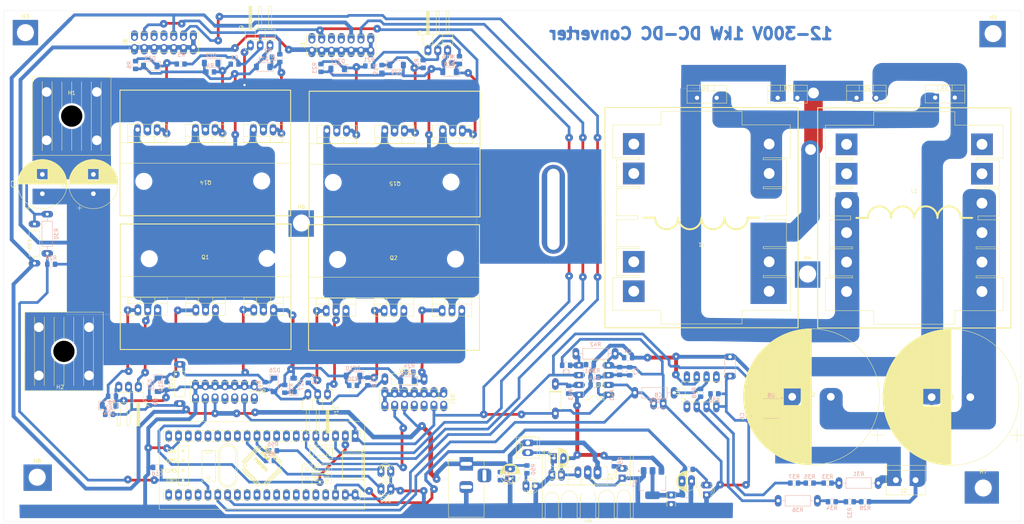
<source format=kicad_pcb>
(kicad_pcb (version 20240108) (generator "pcbnew") (generator_version "8.0")
  (layers (0 "F.Cu" signal) (31 "B.Cu" signal) (34 "B.Paste" user) (35 "F.Paste" user) (36 "B.SilkS" user "B.Silkscreen") (37 "F.SilkS" user "F.Silkscreen") (38 "B.Mask" user) (39 "F.Mask" user) (44 "Edge.Cuts" user))
  (net 0 "")
  (net 1 "+BATT")
  (net 2 "Net-(DZ1-K)")
  (net 3 "Net-(DZ2-K)")
  (net 4 "Net-(DZ3-K)")
  (net 5 "Net-(DZ4-K)")
  (net 6 "Net-(DZ10-K)")
  (net 7 "Net-(DZ5-K)")
  (net 8 "Net-(DZ6-K)")
  (net 9 "Net-(DZ7-K)")
  (net 10 "Net-(DZ11-K)")
  (net 11 "Net-(DZ12-K)")
  (net 12 "Net-(DZ8-K)")
  (net 13 "Net-(DZ9-K)")
  (net 14 "Net-(D1-A)")
  (net 15 "Net-(D3-A)")
  (net 16 "GND")
  (net 17 "G1")
  (net 18 "Vout_sens")
  (net 19 "3V3")
  (net 20 "G2")
  (net 21 "12V")
  (net 22 "G4")
  (net 23 "5V")
  (net 24 "G3")
  (net 25 "Net-(D6-Pad2)")
  (net 26 "Net-(D7-Pad2)")
  (net 27 "Net-(D8-Pad2)")
  (net 28 "Net-(D9-K)")
  (net 29 "CutOff")
  (net 30 "Net-(D11-Pad2)")
  (net 33 "Net-(D15-Pad2)")
  (net 35 "CH1")
  (net 36 "Net-(R28-Pad1)")
  (net 37 "Vin_sens")
  (net 38 "Net-(R31-Pad2)")
  (net 39 "Net-(R32-Pad1)")
  (net 40 "Net-(R33-Pad2)")
  (net 41 "Net-(R34-Pad1)")
  (net 42 "Net-(R35-Pad2)")
  (net 43 "Net-(U1--)")
  (net 44 "Net-(U1-+)")
  (net 45 "Net-(U2A-+)")
  (net 46 "Net-(U2B-+)")
  (net 47 "CH1N")
  (net 48 "Net-(R48-Pad1)")
  (net 49 "Net-(U3-PB4)")
  (net 50 "Net-(U3-PB3)")
  (net 51 "CH2N")
  (net 52 "CH2")
  (net 53 "Iout_Sens")
  (net 77 "Net-(U8-FILTER)")
  (net 78 "Net-(D2-A)")
  (net 79 "Net-(D1-K)")
  (net 80 "/comp/+Vcc")
  (net 81 "/comp/Gnd")
  (net 85 "mid")
  (net 86 "mid1")
  (footprint "inqbe:EE 55" (layer "F.Cu") (at 198.338 70.237 180)
    (property "Reference" "T1")
    (property "Value" "Transformer_1P_1S")
  )
  (footprint "LED_THT:LED_D3.0mm" (layer "F.Cu") (at 117.92 135.89 180)
    (property "Reference" "D15")
    (property "Value" "LED_3mm")
  )
  (footprint "LED_THT:LED_D3.0mm" (layer "F.Cu") (at 155.453 139.7 180)
    (property "Reference" "D6")
    (property "Value" "LED_3mm")
  )
  (footprint "Package_TO_SOT_THT:TO-220-2_Vertical" (layer "F.Cu") (at 238.468 39.232)
    (property "Reference" "D4")
    (property "Value" "VS-ETU1506")
  )
  (footprint "inqbe:BluePill" (layer "F.Cu") (at 108.71125 126.746 -90)
    (property "Reference" "U3" (hide yes))
    (property "Value" "BluePill" (hide yes))
  )
  (footprint "Resistor_THT:R_Axial_DIN0207_L6.3mm_D2.5mm_P10.16mm_Horizontal" (layer "F.Cu") (at 25.718 82.042 90)
    (property "Reference" "0E1")
    (property "Value" "Resistor")
  )
  (footprint "Resistor_THT:R_Axial_DIN0207_L6.3mm_D2.5mm_P10.16mm_Horizontal" (layer "F.Cu") (at 63.31 118.364 90)
    (property "Reference" "R11")
    (property "Value" "10e")
  )
  (footprint "PCM_Package_DIP_AKL:DIP-8_W7.62mm" (layer "F.Cu") (at 194.574 119.116 90)
    (property "Reference" "U1")
    (property "Value" "LM741" (hide yes))
  )
  (footprint "Connector_PinHeader_2.54mm:PinHeader_1x03_P2.54mm_Horizontal" (layer "F.Cu") (at 81.598 25.654 90)
    (property "Reference" "J9")
    (property "Value" "Conn_01x03_Pin")
  )
  (footprint "MountingHole:MountingHole_3.2mm_M3" (layer "F.Cu") (at 94.806 71.628)
    (property "Reference" "H6")
    (property "Value" "MountingHole_M3")
  )
  (footprint "Connector_PinHeader_2.54mm:PinHeader_1x03_P2.54mm_Horizontal" (layer "F.Cu") (at 127.55 26.945 90)
    (property "Reference" "J5")
    (property "Value" "Conn_01x03_Pin")
  )
  (footprint "TerminalBlock:TerminalBlock_bornier-2_P5.08mm" (layer "F.Cu") (at 253.746 138.176 180)
    (property "Reference" "J2")
    (property "Value" "01x02")
  )
  (footprint "PCM_Package_DIP_AKL:DIP-8_W7.62mm" (layer "F.Cu") (at 174.264297 116.078 180)
    (property "Reference" "U2")
    (property "Value" "Opamp_Dual" (hide yes))
  )
  (footprint "MountingHole:MountingHole_3.2mm_M3" (layer "F.Cu") (at 26.416 137.414)
    (property "Reference" "H8")
    (property "Value" "MountingHole_M3")
  )
  (footprint "inqbe:CP_Radial_D5.0mm_P2.50mm" (layer "F.Cu") (at 195.769113 138.43 180)
    (property "Reference" "C20" (hide yes))
    (property "Value" "0.1uF")
  )
  (footprint "inqbe:bolt_terminal_15x14.5mm" (layer "F.Cu") (at 35.348 43.963)
    (property "Reference" "H1")
    (property "Value" "M5_bolt_terminal")
  )
  (footprint "inqbe:EE 55" (layer "F.Cu") (at 253.418 70.307)
    (property "Reference" "L1")
    (property "Value" "1.2 mH")
  )
  (footprint "LED_THT:LED_D3.0mm" (layer "F.Cu") (at 177.8 137.673 90)
    (property "Reference" "D7")
    (property "Value" "LED_3mm")
  )
  (footprint "Capacitor_THT:CP_Radial_D12.5mm_P5.00mm" (layer "F.Cu") (at 27.75 64.045959 90)
    (property "Reference" "C2")
    (property "Value" "470uF")
  )
  (footprint "inqbe:TO-220-3_Vertical_HS48_PL48_Heatsink" (layer "F.Cu") (at 171.45 136.144 180)
    (property "Reference" "U6")
    (property "Value" "L7805")
  )
  (footprint "Capacitor_THT:CP_Radial_D35.0mm_P10.00mm_SnapIn" (layer "F.Cu") (at 267.918 116.707 180)
    (property "Reference" "C21")
    (property "Value" "CP_Generic")
  )
  (footprint "Connector_PinHeader_2.54mm:PinHeader_2x07_P2.54mm_Vertical" (layer "F.Cu") (at 131.636 115.952 -90)
    (property "Reference" "J10")
    (property "Value" "Conn_02x07_Row_Letter_Last")
  )
  (footprint "Connector_PinHeader_2.54mm:PinHeader_1x03_P2.54mm_Horizontal" (layer "F.Cu") (at 52.599 114.046 -90)
    (property "Reference" "J7")
    (property "Value" "Conn_01x03_Pin")
  )
  (footprint "Package_TO_SOT_THT:TO-220-2_Vertical" (layer "F.Cu") (at 258.828 39.177)
    (property "Reference" "D2")
    (property "Value" "VS-ETU1506")
  )
  (footprint "inqbe:CP_Radial_D5.0mm_P2.50mm" (layer "F.Cu") (at 148.819 137.817113 90)
    (property "Reference" "C14")
    (property "Value" "100uF")
  )
  (footprint "Capacitor_THT:CP_Radial_D35.0mm_P10.00mm_SnapIn" (layer "F.Cu") (at 231.818 116.607 180)
    (property "Reference" "C22")
    (property "Value" "CP_Generic")
  )
  (footprint "MountingHole:MountingHole_3.2mm_M3" (layer "F.Cu") (at 273.812 22.606)
    (property "Reference" "H5")
    (property "Value" "MountingHole_M3")
  )
  (footprint "MountingHole:MountingHole_3.2mm_M3" (layer "F.Cu") (at 23.368 22.352)
    (property "Reference" "H3")
    (property "Value" "MountingHole_M3")
  )
  (footprint "inqbe:3 FET heatsink inverter type" (layer "F.Cu") (at 92.0215 69.748 180)
    (property "Reference" "Q14")
    (property "Value" "TO-220*3_HS_inverter_type")
  )
  (footprint "Capacitor_THT:CP_Radial_D12.5mm_P5.00mm" (layer "F.Cu") (at 40.958 64.045959 90)
    (property "Reference" "C1")
    (property "Value" "470uF")
  )
  (footprint "Capacitor_THT:C_Disc_D3.0mm_W2.0mm_P2.50mm" (layer "F.Cu") (at 159.62 136.819)
    (property "Reference" "C16")
    (property "Value" "0.1uF" (hide yes))
  )
  (footprint "LED_THT:LED_D3.0mm" (layer "F.Cu") (at 117.92 140.462 180)
    (property "Reference" "D11")
    (property "Value" "LED_3mm")
  )
  (footprint "inqbe:3 FET heatsink inverter type" (layer "F.Cu") (at 141.0215 70.023 180)
    (property "Reference" "Q15")
    (property "Value" "TO-220*3_HS_inverter_type")
  )
  (footprint "MountingHole:MountingHole_3.2mm_M3" (layer "F.Cu") (at 271.272 140.208)
    (property "Reference" "H7")
    (property "Value" "MountingHole_M3")
  )
  (footprint "Connector_PinHeader_2.54mm:PinHeader_1x03_P2.54mm_Horizontal" (layer "F.Cu") (at 101.556 115.952 -90)
    (property "Reference" "J11")
    (property "Value" "Conn_01x03_Pin")
  )
  (footprint "inqbe:bolt_terminal_15x14.5mm" (layer "F.Cu") (at 33.34 104.847)
    (property "Reference" "H2")
    (property "Value" "M5_bolt_terminal")
  )
  (footprint "Diode_THT:D_A-405_P7.62mm_Horizontal" (layer "F.Cu") (at 160.528 113.284 -90)
    (property "Reference" "D9" (hide yes))
    (property "Value" "D")
  )
  (footprint "MountingHole:MountingHole_3.2mm_M3" (layer "F.Cu") (at 225.806 84.836)
    (property "Reference" "H4")
    (property "Value" "MountingHole_M3")
  )
  (footprint "inqbe:3 FET heatsink inverter type" (layer "F.Cu") (at 96.666 72.072)
    (property "Reference" "Q2")
    (property "Value" "TO-220*3_HS_inverter_type")
  )
  (footprint "Connector_PinHeader_2.54mm:PinHeader_2x07_P2.54mm_Vertical" (layer "F.Cu") (at 97.51 26.845 90)
    (property "Reference" "J1")
    (property "Value" "Conn_02x07_Row_Letter_Last")
  )
  (footprint "Package_TO_SOT_THT:TO-220-2_Vertical" (layer "F.Cu") (at 218.068 39.232)
    (property "Reference" "D3")
    (property "Value" "VS-ETU1506")
  )
  (footprint "LED_THT:LED_D3.0mm" (layer "F.Cu") (at 199.644 141.991 90)
    (property "Reference" "D8" (hide yes))
    (property "Value" "LED_3mm")
  )
  (footprint "Connector_BarrelJack:BarrelJack_Horizontal" (layer "F.Cu") (at 137.4725 133.954 90)
    (property "Reference" "J3" (hide yes))
    (property "Value" "Barrel_Jack_Switch")
  )
  (footprint "inqbe:3 FET heatsink inverter type" (layer "F.Cu") (at 47.916 71.872)
    (property "Reference" "Q1")
    (property "Value" "TO-220*3_HS_inverter_type")
  )
  (footprint "PCM_SL_Mechanical:MountingHole_3.2mm_Pad" (layer "F.Cu") (at 160.02 68.072 90)
    (property "Reference" "H9" (hide yes))
    (property "Value" "MountingHole_M3_3.2mm_Pad")
  )
  (footprint "Connector_PinHeader_2.54mm:PinHeader_2x07_P2.54mm_Vertical" (layer "F.Cu") (at 82.619 114.046 -90)
    (property "Reference" "J6")
    (property "Value" "Conn_02x07_Row_Letter_Last")
  )
  (footprint "inqbe:CP_Radial_D5.0mm_P2.50mm" (layer "F.Cu") (at 160.124748 132.501)
    (property "Reference" "C17")
    (property "Value" "100uF" (hide yes))
  )
  (footprint "Package_TO_SOT_THT:TO-220-2_Vertical" (layer "F.Cu") (at 197.188 39.232)
    (property "Reference" "D1")
    (property "Value" "VS-ETU1506")
  )
  (footprint "Resistor_THT:R_Axial_DIN0207_L6.3mm_D2.5mm_P10.16mm_Horizontal" (layer "F.Cu") (at 116.396 112.014)
    (property "Reference" "R22")
    (property "Value" "10e")
  )
  (footprint "Connector_PinHeader_2.54mm:PinHeader_2x07_P2.54mm_Vertical" (layer "F.Cu") (at 51.598 26.162 90)
    (property "Reference" "J8")
    (property "Value" "Conn_02x07_Row_Letter_Last")
  )
  (footprint "inqbe:2pin_RMC" (layer "F.Cu") (at 153.396 128.524 -90)
    (property "Reference" "J4")
    (property "Value" "PINHD_1x2_Female")
  )
  (footprint "Capacitor_THT:C_Disc_D3.0mm_W2.0mm_P2.50mm" (layer "F.Cu") (at 190.5 144.506 90)
    (property "Reference" "C9" (hide yes))
    (property "Value" "Capacitor_NP")
  )
  (footprint "Resistor_THT:R_Axial_DIN0207_L6.3mm_D2.5mm_P10.16mm_Horizontal" (layer "B.Cu") (at 244.094 138.938 180)
    (property "Reference" "R31")
    (property "Value" "1M")
  )
  (footprint "Diode_SMD:D_MiniMELF" (layer "B.Cu") (at 87.694 113.538 -90)
    (property "Reference" "DZ6")
    (property "Value" "D_Zener_Generic")
  )
  (footprint "Resistor_SMD:R_0805_2012Metric_Pad1.20x1.40mm_HandSolder" (layer "B.Cu") (at 87.44 130.556 180)
    (property "Reference" "R56")
    (property "Value" "1K2")
  )
  (footprint "Resistor_SMD:R_0805_2012Metric_Pad1.20x1.40mm_HandSolder" (layer "B.Cu") (at 60.008 113.792 -90)
    (property "Reference" "R10")
    (property "Value" "10k")
  )
  (footprint "Diode_SMD:D_MiniMELF" (layer "B.Cu") (at 122.238 112.522 180)
    (property "Reference" "DZ12")
    (property "Value" "D_Zener_Generic")
  )
  (footprint "Capacitor_SMD:C_0805_2012Metric_Pad1.18x1.45mm_HandSolder" (layer "B.Cu") (at 163.322 108.458)
    (property "Reference" "C3")
    (property "Value" "100nF")
  )
  (footprint "Resistor_THT:R_Axial_DIN0207_L6.3mm_D2.5mm_P10.16mm_Horizontal" (layer "B.Cu") (at 29.02 79.502 90)
    (property "Reference" "R30")
    (property "Value" "1K2")
  )
  (footprint "Resistor_SMD:R_0805_2012Metric_Pad1.20x1.40mm_HandSolder" (layer "B.Cu") (at 240.704 143.764)
    (property "Reference" "R28")
    (property "Value" "1M")
  )
  (footprint "Resistor_SMD:R_0805_2012Metric_Pad1.20x1.40mm_HandSolder" (layer "B.Cu") (at 135.7 29.464 -90)
    (property "Reference" "R14")
    (property "Value" "10e")
  )
  (footprint "Capacitor_SMD:C_0805_2012Metric_Pad1.18x1.45mm_HandSolder" (layer "B.Cu") (at 194.564 141.986 180)
    (property "Reference" "C18" (hide yes))
    (property "Value" "100uF")
  )
  (footprint "Diode_SMD:D_MiniMELF" (layer "B.Cu") (at 55.69 30.988 180)
    (property "Reference" "DZ3")
    (property "Value" "D_Zener_Generic")
  )
  (footprint "Resistor_SMD:R_0805_2012Metric_Pad1.20x1.40mm_HandSolder" (layer "B.Cu") (at 112.332 30.988 180)
    (property "Reference" "R21")
    (property "Value" "10e")
  )
  (footprint "Resistor_SMD:R_0805_2012Metric_Pad1.20x1.40mm_HandSolder" (layer "B.Cu") (at 175.768 133.604 90)
    (property "Reference" "R51")
    (property "Value" "1K2")
  )
  (footprint "Resistor_SMD:R_0805_2012Metric_Pad1.20x1.40mm_HandSolder" (layer "B.Cu") (at 55.436 117.84 90)
    (property "Reference" "R9")
    (property "Value" "10e")
  )
  (footprint "Capacitor_SMD:C_0805_2012Metric_Pad1.18x1.45mm_HandSolder" (layer "B.Cu") (at 210.566 121.666 -90)
    (property "Reference" "C6")
    (property "Value" "1nF")
  )
  (footprint "Resistor_SMD:R_0805_2012Metric_Pad1.20x1.40mm_HandSolder" (layer "B.Cu") (at 89.218 28.956 -90)
    (property "Reference" "R1")
    (property "Value" "10e")
  )
  (footprint "Capacitor_SMD:C_0805_2012Metric_Pad1.18x1.45mm_HandSolder" (layer "B.Cu") (at 179.772297 110.006 90)
    (property "Reference" "C7")
    (property "Value" "100nF")
  )
  (footprint "Resistor_SMD:R_0805_2012Metric_Pad1.20x1.40mm_HandSolder" (layer "B.Cu") (at 177.166297 109.934594 -90)
    (property "Reference" "R40")
    (property "Value" "1K")
  )
  (footprint "Resistor_THT:R_Axial_DIN0207_L6.3mm_D2.5mm_P10.16mm_Horizontal" (layer "B.Cu") (at 218.186 143.51)
    (property "Reference" "R36")
    (property "Value" "1K")
  )
  (footprint "Resistor_SMD:R_0805_2012Metric_Pad1.20x1.40mm_HandSolder" (layer "B.Cu") (at 195.072 135.382 180)
    (property "Reference" "R52" (hide yes))
    (property "Value" "1K2")
  )
  (footprint "Resistor_SMD:R_0805_2012Metric_Pad1.20x1.40mm_HandSolder" (layer "B.Cu") (at 163.958297 114.760594 -90)
    (property "Reference" "R43")
    (property "Value" "470E")
  )
  (footprint "Resistor_SMD:R_0805_2012Metric_Pad1.20x1.40mm_HandSolder" (layer "B.Cu") (at 230.974 138.938 180)
    (property "Reference" "R33")
    (property "Value" "1M")
  )
  (footprint "Resistor_SMD:R_0805_2012Metric_Pad1.20x1.40mm_HandSolder" (layer "B.Cu") (at 77.512 30.501 180)
    (property "Reference" "R3")
    (property "Value" "10e")
  )
  (footprint "Resistor_SMD:R_0805_2012Metric_Pad1.20x1.40mm_HandSolder" (layer "B.Cu") (at 222.338 138.938 180)
    (property "Reference" "R37")
    (property "Value" "1K")
  )
  (footprint "Resistor_SMD:R_0805_2012Metric_Pad1.20x1.40mm_HandSolder" (layer "B.Cu") (at 170.644297 111.498 180)
    (property "Reference" "R39")
    (property "Value" "1K")
  )
  (footprint "Resistor_SMD:R_0805_2012Metric_Pad1.20x1.40mm_HandSolder" (layer "B.Cu") (at 96.584 111.998 90)
    (property "Reference" "R13")
    (property "Value" "10e")
  )
  (footprint "Resistor_SMD:R_0805_2012Metric_Pad1.20x1.40mm_HandSolder" (layer "B.Cu") (at 226.33 138.938 180)
    (property "Reference" "R35")
    (property "Value" "1M")
  )
  (footprint "Diode_SMD:D_MiniMELF" (layer "B.Cu") (at 45.022 118.872)
    (property "Reference" "DZ4")
    (property "Value" "D_Zener_Generic")
  )
  (footprint "Resistor_SMD:R_0805_2012Metric_Pad1.20x1.40mm_HandSolder" (layer "B.Cu") (at 198.12 115.57 -90)
    (property "Reference" "R48")
    (property "Value" "11k")
  )
  (footprint "Resistor_SMD:R_0805_2012Metric_Pad1.20x1.40mm_HandSolder" (layer "B.Cu") (at 201.676 115.824)
    (property "Reference" "R38")
    (property "Value" "11K")
  )
  (footprint "Diode_SMD:D_MiniMELF" (layer "B.Cu") (at 104.182 31.75 180)
    (property "Reference" "DZ11")
    (property "Value" "D_Zener_Generic")
  )
  (footprint "Resistor_SMD:R_0805_2012Metric_Pad1.20x1.40mm_HandSolder" (layer "B.Cu") (at 45.022 121.158 180)
    (property "Reference" "R7")
    (property "Value" "10e")
  )
  (footprint "Package_TO_SOT_SMD:SOT-223-3_TabPin2" (layer "B.Cu") (at 185.674 138.938 -90)
    (property "Reference" "U7")
    (property "Value" "AMS1117-3.3")
  )
  (footprint "Diode_SMD:D_MiniMELF" (layer "B.Cu") (at 108.156 111.2115 180)
    (property "Reference" "DZ10")
    (property "Value" "D_Zener_Generic")
  )
  (footprint "Resistor_SMD:R_0805_2012Metric_Pad1.20x1.40mm_HandSolder" (layer "B.Cu") (at 115.634 31.75 -90)
    (property "Reference" "R19")
    (property "Value" "10k")
  )
  (footprint "Resistor_SMD:R_0805_2012Metric_Pad1.20x1.40mm_HandSolder" (layer "B.Cu") (at 86.678 133.096 180)
    (property "Reference" "R53")
    (property "Value" "1K2")
  )
  (footprint "Diode_SMD:D_MiniMELF" (layer "B.Cu") (at 71.438 30.226 180)
    (property "Reference" "DZ2")
    (property "Value" "D_Zener_Generic")
  )
  (footprint "Resistor_SMD:R_0805_2012Metric_Pad1.20x1.40mm_HandSolder" (layer "B.Cu") (at 170.644297 113.498 180)
    (property "Reference" "R44")
    (property "Value" "470E")
  )
  (footprint "Resistor_THT:R_Axial_DIN0207_L6.3mm_D2.5mm_P10.16mm_Horizontal" (layer "B.Cu") (at 181.102 115.57)
    (property "Reference" "R49")
    (property "Value" "68E1")
  )
  (footprint "Resistor_SMD:R_0805_2012Metric_Pad1.20x1.40mm_HandSolder" (layer "B.Cu") (at 85.408 113.808 -90)
    (property "Reference" "R12")
    (property "Value" "10k")
  )
  (footprint "Resistor_SMD:R_0805_2012Metric_Pad1.20x1.40mm_HandSolder" (layer "B.Cu") (at 126.302 30.48 -90)
    (property "Reference" "R17")
    (property "Value" "10e")
  )
  (footprint "Resistor_SMD:R_0805_2012Metric_Pad1.20x1.40mm_HandSolder" (layer "B.Cu") (at 45.784 116.496)
    (property "Reference" "R8")
    (property "Value" "10k")
  )
  (footprint "Resistor_SMD:R_0805_2012Metric_Pad1.20x1.40mm_HandSolder" (layer "B.Cu") (at 153.162 135.382 90)
    (property "Reference" "R50")
    (property "Value" "1K2")
  )
  (footprint "Resistor_SMD:R_0805_2012Metric_Pad1.20x1.40mm_HandSolder" (layer "B.Cu") (at 99.864 31.496 -90)
    (property "Reference" "R23")
    (property "Value" "10k")
  )
  (footprint "Resistor_SMD:R_0805_2012Metric_Pad1.20x1.40mm_HandSolder" (layer "B.Cu") (at 90.488 114.538 90)
    (property "Reference" "R15")
    (property "Value" "10k")
  )
  (footprint "Resistor_SMD:R_0805_2012Metric_Pad1.20x1.40mm_HandSolder" (layer "B.Cu") (at 132.652 30.226 180)
    (property "Reference" "R16")
    (property "Value" "10k")
  )
  (footprint "Diode_SMD:D_MiniMELF" (layer "B.Cu") (at 119.444 30.734)
    (property "Reference" "DZ9")
    (property "Value" "D_Zener_Generic")
  )
  (footprint "Resistor_THT:R_Axial_DIN0207_L6.3mm_D2.5mm_P10.16mm_Horizontal" (layer "B.Cu") (at 175.994297 105.458 180)
    (property "Reference" "R42")
    (property "Value" "1K")
  )
  (footprint "Resistor_SMD:R_0805_2012Metric_Pad1.20x1.40mm_HandSolder" (layer "B.Cu") (at 86.17 28.702 180)
    (property "Reference" "R2")
    (property "Value" "10k")
  )
  (footprint "Resistor_SMD:R_0805_2012Metric_Pad1.20x1.40mm_HandSolder" (layer "B.Cu") (at 111.98 112.636 90)
    (property "Reference" "R18")
    (property "Value" "10e")
  )
  (footprint "Diode_SMD:D_MiniMELF" (layer "B.Cu") (at 133.138 32.512 180)
    (property "Reference" "DZ8")
    (property "Value" "D_Zener_Generic")
  )
  (footprint "Capacitor_SMD:C_0805_2012Metric_Pad1.18x1.45mm_HandSolder" (layer "B.Cu") (at 179.354297 106.476594 180)
    (property "Reference" "C4")
    (property "Value" "100nF")
  )
  (footprint "Capacitor_SMD:C_0805_2012Metric_Pad1.18x1.45mm_HandSolder" (layer "B.Cu") (at 146.304 137.12 90)
    (property "Reference" "C13")
    (property "Value" "0.1uF")
  )
  (footprint "Resistor_SMD:R_0805_2012Metric_Pad1.20x1.40mm_HandSolder" (layer "B.Cu") (at 232.084 143.764)
    (property "Reference" "R34")
    (property "Value" "1M")
  )
  (footprint "Diode_SMD:D_MiniMELF" (layer "B.Cu") (at 57.673606 113.492 -90)
    (property "Reference" "DZ5")
    (property "Value" "D_Zener_Generic")
  )
  (footprint "Capacitor_SMD:C_0805_2012Metric_Pad1.18x1.45mm_HandSolder" (layer "B.Cu") (at 57.468 134.874)
    (property "Reference" "C10")
    (property "Value" "470uF")
  )
  (footprint "Resistor_SMD:R_0805_2012Metric_Pad1.20x1.40mm_HandSolder" (layer "B.Cu") (at 71.184 32.512 180)
    (property "Reference" "R4")
    (property "Value" "10k")
  )
  (footprint "Resistor_SMD:R_0805_2012Metric_Pad1.20x1.40mm_HandSolder" (layer "B.Cu") (at 122.746 110.236 180)
    (property "Reference" "R24")
    (property "Value" "10k")
  )
  (footprint "Diode_SMD:D_MiniMELF" (layer "B.Cu") (at 92.774 113.538 90)
    (property "Reference" "DZ7")
    (property "Value" "D_Zener_Generic")
  )
  (footprint "Resistor_SMD:R_0805_2012Metric_Pad1.20x1.40mm_HandSolder" (layer "B.Cu") (at 169.464297 108.278)
    (property "Reference" "R41")
    (property "Value" "470E")
  )
  (footprint "Capacitor_THT:C_Disc_D4.7mm_W2.5mm_P5.00mm" (layer "B.Cu") (at 205.74 106.252 -90)
    (property "Reference" "C5" (hide yes))
    (property "Value" "100nF")
  )
  (footprint "Resistor_SMD:R_0805_2012Metric_Pad1.20x1.40mm_HandSolder" (layer "B.Cu") (at 63.542 30.48 180)
    (property "Reference" "R5")
    (property "Value" "10e")
  )
  (footprint "Resistor_SMD:R_0805_2012Metric_Pad1.20x1.40mm_HandSolder" (layer "B.Cu") (at 30.036 82.296 180)
    (property "Reference" "R29")
    (property "Value" "330E")
  )
  (footprint "Resistor_SMD:R_0805_2012Metric_Pad1.20x1.40mm_HandSolder" (layer "B.Cu") (at 108.17 113.652 180)
    (property "Reference" "R20")
    (property "Value" "10k")
  )
  (footprint "Diode_SMD:D_MiniMELF" (layer "B.Cu") (at 84.9 31.242 180)
    (property "Reference" "DZ1")
    (property "Value" "D_Zener_Generic")
  )
  (footprint "Capacitor_THT:C_Disc_D3.0mm_W2.0mm_P2.50mm" (layer "B.Cu") (at 188.448 118.364 180)
    (property "Reference" "C8")
    (property "Value" "0.1uF")
  )
  (footprint "Resistor_SMD:R_0805_2012Metric_Pad1.20x1.40mm_HandSolder" (layer "B.Cu") (at 236.728 143.764)
    (property "Reference" "R32")
    (property "Value" "1M")
  )
  (footprint "Resistor_SMD:R_0805_2012Metric_Pad1.20x1.40mm_HandSolder" (layer "B.Cu") (at 51.88 30.734 -90)
    (property "Reference" "R6")
    (property "Value" "10k")
  )
  (footprint "Package_SO:SOIC-8_3.9x4.9mm_P1.27mm" (layer "B.Cu") (at 216.408 119.634 180)
    (property "Reference" "U8")
    (property "Value" "ACS712xLCTR-05B")
  )
  (gr_rect (start 17.793 16.743) (end 281.043 148.807) (stroke (width 0.05)) (fill none) (layer "Edge.Cuts"))
  (gr_text "12-300V 1kW DC-DC Converter" (at 232.664 24.384 0) (layer "B.Cu") (effects (font (size 3 3) (thickness 0.75) (bold yes)) (justify left bottom mirror)))
  (segment (start 80.074 27.432) (end 80.074 35.907) (width 0.7) (layer "F.Cu") (net 1))
  (via (at 80.074 27.432) (size 2) (drill 0.6) (layers "F.Cu" "B.Cu") (net 1))
  (via (at 80.074 35.907) (size 2) (drill 0.6) (layers "F.Cu" "B.Cu") (net 1))
  (segment (start 127.55 26.277284) (end 130.682284 23.145) (width 0.7) (layer "B.Cu") (net 1))
  (segment (start 130.682284 23.145) (end 134.017615 23.145) (width 0.7) (layer "B.Cu") (net 1))
  (segment (start 134.017615 23.145) (end 140.25 29.377385) (width 0.7) (layer "B.Cu") (net 1))
  (segment (start 81.598 25.908) (end 80.074 27.432) (width 0.7) (layer "B.Cu") (net 1))
  (segment (start 81.598 25.654) (end 81.598 25.908) (width 0.7) (layer "B.Cu") (net 1))
  (segment (start 140.25 29.377385) (end 140.25 35.582) (width 0.7) (layer "B.Cu") (net 1))
  (segment (start 25.712 71.876) (end 25.718 71.882) (width 0.7) (layer "B.Cu") (net 1))
  (segment (start 23.686 60.452) (end 25.092041 59.045959) (width 0.7) (layer "B.Cu") (net 1))
  (segment (start 25.718 69.342) (end 23.686 67.31) (width 0.7) (layer "B.Cu") (net 1))
  (segment (start 140.25 35.582) (end 140.018 35.814) (width 0.7) (layer "B.Cu") (net 1))
  (segment (start 25.718 71.882) (end 25.718 69.342) (width 0.7) (layer "B.Cu") (net 1))
  (segment (start 23.686 67.31) (end 23.686 60.452) (width 0.7) (layer "B.Cu") (net 1))
  (segment (start 25.092041 59.045959) (end 27.75 59.045959) (width 0.7) (layer "B.Cu") (net 1))
  (segment (start 127.55 26.945) (end 127.55 26.277284) (width 0.7) (layer "B.Cu") (net 1))
  (segment (start 29.02 69.342) (end 25.718 69.342) (width 0.7) (layer "B.Cu") (net 1))
  (segment (start 89.6185 48.422) (end 89.6185 33.973) (width 0.7) (layer "F.Cu") (net 2))
  (segment (start 89.6185 33.973) (end 89.6185 32.703) (width 0.7) (layer "F.Cu") (net 2))
  (via (at 89.6185 48.422) (size 2) (drill 0.6) (layers "F.Cu" "B.Cu") (net 2))
  (via (at 89.6185 32.703) (size 2) (drill 0.6) (layers "F.Cu" "B.Cu") (net 2))
  (segment (start 87.932 31.242) (end 89.218 29.956) (width 0.7) (layer "B.Cu") (net 2))
  (segment (start 89.218 32.3025) (end 89.6185 32.703) (width 0.7) (layer "B.Cu") (net 2))
  (segment (start 87.17 28.702) (end 87.17 30.722) (width 0.7) (layer "B.Cu") (net 2))
  (segment (start 87.4615 47.448) (end 88.6445 47.448) (width 1) (layer "B.Cu") (net 2))
  (segment (start 87.17 30.722) (end 86.65 31.242) (width 0.7) (layer "B.Cu") (net 2))
  (segment (start 86.2725 31.242) (end 87.932 31.242) (width 0.7) (layer "B.Cu") (net 2))
  (segment (start 89.218 29.956) (end 89.218 32.3025) (width 0.7) (layer "B.Cu") (net 2))
  (segment (start 88.6445 47.448) (end 89.6185 48.422) (width 1) (layer "B.Cu") (net 2))
  (segment (start 74.3785 32.212) (end 74.3785 48.422) (width 0.7) (layer "F.Cu") (net 3))
  (via (at 74.3785 32.212) (size 2) (drill 0.6) (layers "F.Cu" "B.Cu") (net 3))
  (via (at 74.3785 48.422) (size 2) (drill 0.6) (layers "F.Cu" "B.Cu") (net 3))
  (segment (start 74.0785 32.512) (end 74.3785 32.212) (width 0.7) (layer "B.Cu") (net 3))
  (segment (start 72.184 32.512) (end 74.0785 32.512) (width 0.7) (layer "B.Cu") (net 3))
  (segment (start 74.3785 32.212) (end 74.801 32.212) (width 0.7) (layer "B.Cu") (net 3))
  (segment (start 73.9735 32.212) (end 73.9065 32.279) (width 0.7) (layer "B.Cu") (net 3))
  (segment (start 72.4615 47.448) (end 73.4045 47.448) (width 1) (layer "B.Cu") (net 3))
  (segment (start 73.188 31.0215) (end 74.3785 32.212) (width 0.7) (layer "B.Cu") (net 3))
  (segment (start 74.3785 32.212) (end 73.9735 32.212) (width 0.7) (layer "B.Cu") (net 3))
  (segment (start 74.801 32.212) (end 76.512 30.501) (width 0.7) (layer "B.Cu") (net 3))
  (segment (start 73.188 30.226) (end 73.188 31.0215) (width 0.7) (layer "B.Cu") (net 3))
  (segment (start 73.4045 47.448) (end 74.3785 48.422) (width 1) (layer "B.Cu") (net 3))
  (segment (start 59.9005 30.3335) (end 59.9005 48.451) (width 0.7) (layer "F.Cu") (net 4))
  (segment (start 60.008 30.226) (end 59.9005 30.3335) (width 0.7) (layer "F.Cu") (net 4))
  (via (at 60.008 30.226) (size 2) (drill 0.6) (layers "F.Cu" "B.Cu") (net 4))
  (via (at 59.9005 48.451) (size 2) (drill 0.6) (layers "F.Cu" "B.Cu") (net 4))
  (segment (start 62.288 30.226) (end 62.542 30.48) (width 0.7) (layer "B.Cu") (net 4))
  (segment (start 58.8975 47.448) (end 59.9005 48.451) (width 1) (layer "B.Cu") (net 4))
  (segment (start 57.44 30.988) (end 59.246 30.988) (width 0.7) (layer "B.Cu") (net 4))
  (segment (start 59.246 30.988) (end 60.008 30.226) (width 0.7) (layer "B.Cu") (net 4))
  (segment (start 51.88 29.734) (end 52.526 29.088) (width 0.7) (layer "B.Cu") (net 4))
  (segment (start 60.008 30.226) (end 62.288 30.226) (width 0.7) (layer "B.Cu") (net 4))
  (segment (start 55.54 29.088) (end 57.44 30.988) (width 0.7) (layer "B.Cu") (net 4))
  (segment (start 52.526 29.088) (end 55.54 29.088) (width 0.7) (layer "B.Cu") (net 4))
  (segment (start 57.4615 47.448) (end 58.8975 47.448) (width 1) (layer "B.Cu") (net 4))
  (segment (start 49.85 109.73) (end 49.85 94.172) (width 0.7) (layer "F.Cu") (net 5))
  (segment (start 50.102 109.982) (end 49.85 109.73) (width 0.7) (layer "F.Cu") (net 5))
  (via (at 49.85 94.172) (size 2) (drill 0.6) (layers "F.Cu" "B.Cu") (net 5))
  (via (at 50.102 109.982) (size 2) (drill 0.6) (layers "F.Cu" "B.Cu") (net 5))
  (segment (start 43.272 118.008) (end 44.784 116.496) (width 0.7) (layer "B.Cu") (net 5))
  (segment (start 49.85 94.172) (end 52.476 94.172) (width 1) (layer "B.Cu") (net 5))
  (segment (start 44.022 121.158) (end 44.022 119.622) (width 0.7) (layer "B.Cu") (net 5))
  (segment (start 44.784 113.573284) (end 44.784 116.496) (width 0.7) (layer "B.Cu") (net 5))
  (segment (start 44.022 119.622) (end 43.272 118.872) (width 0.7) (layer "B.Cu") (net 5))
  (segment (start 50.102 109.982) (end 48.375284 109.982) (width 0.7) (layer "B.Cu") (net 5))
  (segment (start 43.272 118.872) (end 43.272 118.008) (width 0.7) (layer "B.Cu") (net 5))
  (segment (start 48.375284 109.982) (end 44.784 113.573284) (width 0.7) (layer "B.Cu") (net 5))
  (segment (start 114.3 94.832) (end 113.792 94.324) (width 0.7) (layer "F.Cu") (net 6))
  (segment (start 113.602 111.636) (end 114.3 110.938) (width 0.7) (layer "F.Cu") (net 6))
  (segment (start 114.3 110.938) (end 114.3 94.832) (width 0.7) (layer "F.Cu") (net 6))
  (via (at 113.602 111.636) (size 2) (drill 0.6) (layers "F.Cu" "B.Cu") (net 6))
  (via (at 113.792 94.324) (size 2) (drill 0.6) (layers "F.Cu" "B.Cu") (net 6))
  (segment (start 111.98 111.636) (end 110.3305 111.636) (width 0.7) (layer "B.Cu") (net 6))
  (segment (start 109.906 111.2115) (end 109.906 112.916) (width 0.7) (layer "B.Cu") (net 6))
  (segment (start 116.101 94.497) (end 116.226 94.372) (width 0.7) (layer "B.Cu") (net 6))
  (segment (start 110.3305 111.636) (end 109.906 111.2115) (width 0.7) (layer "B.Cu") (net 6))
  (segment (start 113.602 111.636) (end 111.98 111.636) (width 0.7) (layer "B.Cu") (net 6))
  (segment (start 113.84 94.372) (end 113.792 94.324) (width 0.7) (layer "B.Cu") (net 6))
  (segment (start 113.792 94.324) (end 116.178 94.324) (width 1) (layer "B.Cu") (net 6))
  (segment (start 116.178 94.324) (end 116.226 94.372) (width 1) (layer "B.Cu") (net 6))
  (segment (start 109.906 112.916) (end 109.17 113.652) (width 0.7) (layer "B.Cu") (net 6))
  (segment (start 62.294 94.742) (end 62.802 94.234) (width 0.7) (layer "F.Cu") (net 7))
  (segment (start 62.294 110.744) (end 62.294 94.742) (width 0.7) (layer "F.Cu") (net 7))
  (via (at 62.294 110.744) (size 2) (drill 0.6) (layers "F.Cu" "B.Cu") (net 7))
  (via (at 62.802 94.234) (size 2) (drill 0.6) (layers "F.Cu" "B.Cu") (net 7))
  (segment (start 67.414 94.234) (end 67.476 94.172) (width 1) (layer "B.Cu") (net 7))
  (segment (start 57.925606 111.49) (end 60.008 111.49) (width 0.7) (layer "B.Cu") (net 7))
  (segment (start 55.436 116.84) (end 55.436 113.979606) (width 0.7) (layer "B.Cu") (net 7))
  (segment (start 62.802 94.234) (end 67.414 94.234) (width 1) (layer "B.Cu") (net 7))
  (segment (start 55.436 113.979606) (end 57.673606 111.742) (width 0.7) (layer "B.Cu") (net 7))
  (segment (start 60.754 110.744) (end 60.008 111.49) (width 0.7) (layer "B.Cu") (net 7))
  (segment (start 60.008 111.49) (end 60.008 112.792) (width 0.7) (layer "B.Cu") (net 7))
  (segment (start 57.673606 111.742) (end 57.925606 111.49) (width 0.7) (layer "B.Cu") (net 7))
  (segment (start 62.294 110.744) (end 60.754 110.744) (width 0.7) (layer "B.Cu") (net 7))
  (segment (start 62.802 94.234) (end 62.864 94.172) (width 0.7) (layer "B.Cu") (net 7))
  (segment (start 80.251 110.326) (end 79.756 109.831) (width 0.7) (layer "F.Cu") (net 8))
  (segment (start 79.756 109.831) (end 79.756 94.07) (width 0.7) (layer "F.Cu") (net 8))
  (via (at 79.756 94.07) (size 2) (drill 0.6) (layers "F.Cu" "B.Cu") (net 8))
  (via (at 80.251 110.326) (size 2) (drill 0.6) (layers "F.Cu" "B.Cu") (net 8))
  (segment (start 80.251 110.326) (end 80.923 110.998) (width 0.7) (layer "B.Cu") (net 8))
  (segment (start 64.344 108.984) (end 63.564 108.204) (width 0.7) (layer "B.Cu") (net 8))
  (segment (start 64.834 110.998) (end 64.344 110.508) (width 0.7) (layer "B.Cu") (net 8))
  (segment (start 82.374 94.07) (end 82.476 94.172) (width 1) (layer "B.Cu") (net 8))
  (segment (start 80.161 110.236) (end 80.251 110.326) (width 0.7) (layer "B.Cu") (net 8))
  (segment (start 79.756 94.07) (end 82.374 94.07) (width 1) (layer "B.Cu") (net 8))
  (segment (start 85.408 112.808) (end 86.674 112.808) (width 0.7) (layer "B.Cu") (net 8))
  (segment (start 80.923 110.998) (end 83.598 110.998) (width 0.7) (layer "B.Cu") (net 8))
  (segment (start 79.579 110.998) (end 64.834 110.998) (width 0.7) (layer "B.Cu") (net 8))
  (segment (start 80.251 110.326) (end 79.895 109.97) (width 0.7) (layer "B.Cu") (net 8))
  (segment (start 82.126 93.822) (end 82.476 94.172) (width 0.7) (layer "B.Cu") (net 8))
  (segment (start 80.251 110.326) (end 79.579 110.998) (width 0.7) (layer "B.Cu") (net 8))
  (segment (start 86.674 112.808) (end 87.694 111.788) (width 0.7) (layer "B.Cu") (net 8))
  (segment (start 79.858 94.172) (end 79.756 94.07) (width 0.7) (layer "B.Cu") (net 8))
  (segment (start 83.598 110.998) (end 85.408 112.808) (width 0.7) (layer "B.Cu") (net 8))
  (segment (start 64.344 110.508) (end 64.344 108.984) (width 0.7) (layer "B.Cu") (net 8))
  (segment (start 98.956164 112.316993) (end 98.806 112.166829) (width 0.7) (layer "F.Cu") (net 9))
  (segment (start 98.806 112.166829) (end 98.806 94.372) (width 0.7) (layer "F.Cu") (net 9))
  (via (at 98.956164 112.316993) (size 2) (drill 0.6) (layers "F.Cu" "B.Cu") (net 9))
  (via (at 98.806 94.372) (size 2) (drill 0.6) (layers "F.Cu" "B.Cu") (net 9))
  (segment (start 90.488 115.538) (end 91.5 115.538) (width 0.7) (layer "B.Cu") (net 9))
  (segment (start 95.822 110.998) (end 96.584 110.998) (width 0.7) (layer "B.Cu") (net 9))
  (segment (start 96.584 110.998) (end 97.637171 110.998) (width 0.7) (layer "B.Cu") (net 9))
  (segment (start 94.834 111.986) (end 95.822 110.998) (width 0.7) (layer "B.Cu") (net 9))
  (segment (start 94.834 112.573406) (end 94.834 111.986) (width 0.7) (layer "B.Cu") (net 9))
  (segment (start 91.5 115.538) (end 91.75 115.288) (width 0.7) (layer "B.Cu") (net 9))
  (segment (start 98.806 94.372) (end 101.226 94.372) (width 1) (layer "B.Cu") (net 9))
  (segment (start 97.637171 110.998) (end 98.956164 112.316993) (width 0.7) (layer "B.Cu") (net 9))
  (segment (start 92.774 115.288) (end 92.774 114.633406) (width 0.7) (layer "B.Cu") (net 9))
  (segment (start 92.774 114.633406) (end 94.834 112.573406) (width 0.7) (layer "B.Cu") (net 9))
  (segment (start 91.75 115.288) (end 92.774 115.288) (width 0.7) (layer "B.Cu") (net 9))
  (segment (start 109.008 31.264) (end 109.03 31.242) (width 0.7) (layer "F.Cu") (net 10))
  (segment (start 109.008 48.789) (end 109.008 31.264) (width 0.7) (layer "F.Cu") (net 10))
  (via (at 109.03 31.242) (size 2) (drill 0.6) (layers "F.Cu" "B.Cu") (net 10))
  (via (at 109.008 48.789) (size 2) (drill 0.6) (layers "F.Cu" "B.Cu") (net 10))
  (segment (start 109.03 31.242) (end 108.776 31.496) (width 0.7) (layer "B.Cu") (net 10))
  (segment (start 106.186 31.496) (end 105.932 31.75) (width 0.7) (layer "B.Cu") (net 10))
  (segment (start 109.03 31.242) (end 111.078 31.242) (width 0.7) (layer "B.Cu") (net 10))
  (segment (start 108.776 31.496) (end 106.186 31.496) (width 0.7) (layer "B.Cu") (net 10))
  (segment (start 104.032 29.85) (end 105.932 31.75) (width 0.7) (layer "B.Cu") (net 10))
  (segment (start 99.864 30.496) (end 100.51 29.85) (width 0.7) (layer "B.Cu") (net 10))
  (segment (start 107.942 47.723) (end 109.008 48.789) (width 1) (layer "B.Cu") (net 10))
  (segment (start 100.51 29.85) (end 104.032 29.85) (width 0.7) (layer "B.Cu") (net 10))
  (segment (start 106.4615 47.723) (end 107.942 47.723) (width 1) (layer "B.Cu") (net 10))
  (segment (start 111.078 31.242) (end 111.332 30.988) (width 0.7) (layer "B.Cu") (net 10))
  (segment (start 125.984 110.236) (end 125.984 108.84) (width 0.7) (layer "F.Cu") (net 11))
  (segment (start 126.048 108.776) (end 126.048 94.234) (width 0.7) (layer "F.Cu") (net 11))
  (segment (start 125.984 108.84) (end 126.048 108.776) (width 0.7) (layer "F.Cu") (net 11))
  (via (at 125.984 110.236) (size 2) (drill 0.6) (layers "F.Cu" "B.Cu") (net 11))
  (via (at 126.048 94.234) (size 2) (drill 0.6) (layers "F.Cu" "B.Cu") (net 11))
  (segment (start 131.101 94.247) (end 131.226 94.372) (width 0.7) (layer "B.Cu") (net 11))
  (segment (start 123.746 112.28) (end 123.988 112.522) (width 0.7) (layer "B.Cu") (net 11))
  (segment (start 125.984 111.442) (end 126.556 112.014) (width 0.7) (layer "B.Cu") (net 11))
  (segment (start 123.988 112.522) (end 126.048 112.522) (width 0.7) (layer "B.Cu") (net 11))
  (segment (start 126.048 112.522) (end 126.556 112.014) (width 0.7) (layer "B.Cu") (net 11))
  (segment (start 123.746 110.236) (end 123.746 112.28) (width 0.7) (layer "B.Cu") (net 11))
  (segment (start 125.984 110.236) (end 125.984 111.442) (width 0.7) (layer "B.Cu") (net 11))
  (segment (start 126.048 94.234) (end 126.186 94.372) (width 0.7) (layer "B.Cu") (net 11))
  (segment (start 131.088 94.234) (end 131.226 94.372) (width 1) (layer "B.Cu") (net 11))
  (segment (start 126.048 94.234) (end 131.088 94.234) (width 1) (layer "B.Cu") (net 11))
  (segment (start 139.742 34.565) (end 137.964 32.787) (width 0.7) (layer "F.Cu") (net 12))
  (segment (start 139.234 48.697) (end 139.742 48.189) (width 0.7) (layer "F.Cu") (net 12))
  (segment (start 139.742 48.189) (end 139.742 34.565) (width 0.7) (layer "F.Cu") (net 12))
  (via (at 139.234 48.697) (size 2) (drill 0.6) (layers "F.Cu" "B.Cu") (net 12))
  (via (at 137.964 32.787) (size 2) (drill 0.6) (layers "F.Cu" "B.Cu") (net 12))
  (segment (start 136.4615 47.723) (end 138.26 47.723) (width 1) (layer "B.Cu") (net 12))
  (segment (start 135.462 30.226) (end 135.7 30.464) (width 0.7) (layer "B.Cu") (net 12))
  (segment (start 135.163 32.787) (end 134.888 32.512) (width 0.7) (layer "B.Cu") (net 12))
  (segment (start 133.652 30.226) (end 135.462 30.226) (width 0.7) (layer "B.Cu") (net 12))
  (segment (start 134.888 31.276) (end 135.7 30.464) (width 0.7) (layer "B.Cu") (net 12))
  (segment (start 138.26 47.723) (end 139.234 48.697) (width 1) (layer "B.Cu") (net 12))
  (segment (start 137.964 32.787) (end 135.163 32.787) (width 0.7) (layer "B.Cu") (net 12))
  (segment (start 134.888 32.512) (end 134.888 31.276) (width 0.7) (layer "B.Cu") (net 12))
  (segment (start 124.248 48.26) (end 124.248 31.728) (width 0.7) (layer "F.Cu") (net 13))
  (segment (start 124.248 31.728) (end 124.016 31.496) (width 0.7) (layer "F.Cu") (net 13))
  (via (at 124.016 31.496) (size 2) (drill 0.6) (layers "F.Cu" "B.Cu") (net 13))
  (via (at 124.248 48.26) (size 2) (drill 0.6) (layers "F.Cu" "B.Cu") (net 13))
  (segment (start 124.016 31.496) (end 126.286 31.496) (width 0.7) (layer "B.Cu") (net 13))
  (segment (start 117.678 30.75) (end 117.694 30.734) (width 0.7) (layer "B.Cu") (net 13))
  (segment (start 115.634 30.75) (end 117.678 30.75) (width 0.7) (layer "B.Cu") (net 13))
  (segment (start 126.286 31.496) (end 126.302 31.48) (width 0.7) (layer "B.Cu") (net 13))
  (segment (start 121.4615 47.723) (end 123.711 47.723) (width 1) (layer "B.Cu") (net 13))
  (segment (start 124.016 31.496) (end 123.844 31.668) (width 0.7) (layer "B.Cu") (net 13))
  (segment (start 119.594 28.834) (end 122.139406 28.834) (width 0.7) (layer "B.Cu") (net 13))
  (segment (start 123.711 47.723) (end 124.248 48.26) (width 1) (layer "B.Cu") (net 13))
  (segment (start 124.016 30.710594) (end 124.016 31.496) (width 0.7) (layer "B.Cu") (net 13))
  (segment (start 117.694 30.734) (end 119.594 28.834) (width 0.7) (layer "B.Cu") (net 13))
  (segment (start 122.139406 28.834) (end 124.016 30.710594) (width 0.7) (layer "B.Cu") (net 13))
  (segment (start 227.33 37.97) (end 227.33 51.845) (width 4.8) (layer "F.Cu") (net 15))
  (segment (start 227.33 51.845) (end 226.568 52.607) (width 4.8) (layer "F.Cu") (net 15))
  (via (at 227.33 37.97) (size 3.8) (drill 2.8) (layers "F.Cu" "B.Cu") (net 15))
  (via (at 226.568 52.607) (size 3.8) (drill 2.8) (layers "F.Cu" "B.Cu") (net 15))
  (segment (start 226.568 52.607) (end 226.568 69.832) (width 4.8) (layer "B.Cu") (net 15))
  (segment (start 226.568 69.832) (end 222.353 74.047) (width 4.8) (layer "B.Cu") (net 15))
  (segment (start 222.353 74.047) (end 215.858 74.047) (width 4.8) (layer "B.Cu") (net 15))
  (segment (start 77.606706 26.335425) (end 80.688131 23.254) (width 0.7) (layer "F.Cu") (net 16))
  (segment (start 203.298198 139.446) (end 203.182 139.329802) (width 0.7) (layer "F.Cu") (net 16))
  (segment (start 55.164 129.794) (end 59.878231 129.794) (width 0.7) (layer "F.Cu") (net 16))
  (segment (start 58.942 117.602) (end 59.754 116.79) (width 0.7) (layer "F.Cu") (net 16))
  (segment (start 209.804 139.446) (end 203.298198 139.446) (width 0.7) (layer "F.Cu") (net 16))
  (segment (start 80.688131 23.254) (end 88.014496 23.254) (width 0.7) (layer "F.Cu") (net 16))
  (segment (start 88.014496 23.254) (end 91.522 26.761504) (width 0.7) (layer "F.Cu") (net 16))
  (segment (start 48.814 117.602) (end 58.942 117.602) (width 0.7) (layer "F.Cu") (net 16))
  (segment (start 59.878231 129.794) (end 59.987755 129.903524) (width 0.7) (layer "F.Cu") (net 16))
  (segment (start 126.455518 140.952) (end 120.442 140.952) (width 0.7) (layer "F.Cu") (net 16))
  (segment (start 92.52 95.504) (end 92.52 109.052606) (width 1) (layer "F.Cu") (net 16))
  (segment (start 209.856569 139.393431) (end 209.804 139.446) (width 0.7) (layer "F.Cu") (net 16))
  (segment (start 92.52 109.052606) (end 92.116606 109.456) (width 0.7) (layer "F.Cu") (net 16))
  (segment (start 120.442 140.952) (end 120.407431 140.917431) (width 0.7) (layer "F.Cu") (net 16))
  (via (at 91.522 26.761504) (size 2) (drill 0.6) (layers "F.Cu" "B.Cu") (net 16))
  (via (at 203.182 139.329802) (size 2) (drill 0.6) (layers "F.Cu" "B.Cu") (net 16))
  (via (at 126.455518 140.952) (size 2) (drill 0.6) (layers "F.Cu" "B.Cu") (net 16))
  (via (at 48.814 117.602) (size 2) (drill 0.6) (layers "F.Cu" "B.Cu") (net 16))
  (via (at 209.856569 139.393431) (size 2) (drill 0.6) (layers "F.Cu" "B.Cu") (net 16))
  (via (at 77.606706 26.335425) (size 2) (drill 0.6) (layers "F.Cu" "B.Cu") (net 16))
  (via (at 59.987755 129.903524) (size 2) (drill 0.6) (layers "F.Cu" "B.Cu") (net 16))
  (via (at 92.116606 109.456) (size 2) (drill 0.6) (layers "F.Cu" "B.Cu") (net 16))
  (via (at 59.754 116.79) (size 2) (drill 0.6) (layers "F.Cu" "B.Cu") (net 16))
  (via (at 55.164 129.794) (size 2) (drill 0.6) (layers "F.Cu" "B.Cu") (net 16))
  (via (at 92.52 95.504) (size 2) (drill 0.6) (layers "F.Cu" "B.Cu") (net 16))
  (via (at 120.407431 140.917431) (size 2) (drill 0.6) (layers "F.Cu" "B.Cu") (net 16))
  (segment (start 67.379 120.835) (end 65.786 122.428) (width 1) (layer "B.Cu") (net 16))
  (segment (start 31.036 82.296) (end 34.608 82.296) (width 0.7) (layer "B.Cu") (net 16))
  (segment (start 120.488 112.522) (end 120.488 114.964) (width 0.7) (layer "B.Cu") (net 16))
  (segment (start 87.694 115.288) (end 89.444 113.538) (width 0.7) (layer "B.Cu") (net 16))
  (segment (start 66.569 25.908) (end 66.844 26.183) (width 0.7) (layer "B.Cu") (net 16))
  (segment (start 112.75 24.305) (end 112.75 26.845) (width 1) (layer "B.Cu") (net 16))
  (segment (start 204.52 119.116) (end 204.764 118.872) (width 0.7) (layer "B.Cu") (net 16))
  (segment (start 46.772 118.872) (end 46.772 117.602) (width 0.7) (layer "B.Cu") (net 16))
  (segment (start 54.356 137.41473) (end 54.356 145.288) (width 1) (layer "B.Cu") (net 16))
  (segment (start 38.783677 98.464677) (end 38.916 98.597) (width 0.7) (layer "B.Cu") (net 16))
  (segment (start 120.488 111.494) (end 121.746 110.236) (width 0.7) (layer "B.Cu") (net 16))
  (segment (start 55.164 124.668) (end 55.164 129.794) (width 1) (layer "B.Cu") (net 16))
  (segment (start 67.379 114.046) (end 82.619 114.046) (width 1) (layer "B.Cu") (net 16))
  (segment (start 199.644 141.991) (end 199.644 144.78) (width 1.2) (layer "B.Cu") (net 16))
  (segment (start 195.6015 141.986) (end 195.6015 144.2505) (width 1.2) (layer "B.Cu") (net 16))
  (segment (start 174.740891 108.934594) (end 174.264297 108.458) (width 0.7) (layer "B.Cu") (net 16))
  (segment (start 108.71125 141.986) (end 108.776 141.986) (width 0.7) (layer "B.Cu") (net 16))
  (segment (start 177.8 137.673) (end 182.875312 137.673) (width 1) (layer "B.Cu") (net 16))
  (segment (start 66.838 26.162) (end 67.452 26.776) (width 1) (layer "B.Cu") (net 16))
  (segment (start 203.182 139.329802) (end 200.520802 141.991) (width 1.2) (layer "B.Cu") (net 16))
  (segment (start 153.396 131.064) (end 158.687748 131.064) (width 0.7) (layer "B.Cu") (net 16))
  (segment (start 202.194 119.116) (end 204.52 119.116) (width 0.7) (layer "B.Cu") (net 16))
  (segment (start 109.81 143.02) (end 115.616 143.02) (width 0.7) (layer "B.Cu") (net 16))
  (segment (start 55.164 136.60673) (end 54.356 137.41473) (width 1) (layer "B.Cu") (net 16))
  (segment (start 108.306 109.3115) (end 106.406 111.2115) (width 0.7) (layer "B.Cu") (net 16))
  (segment (start 63.346101 114.046) (end 67.379 114.046) (width 0.7) (layer "B.Cu") (net 16))
  (segment (start 168.91 136.144) (end 168.91 137.337755) (width 0.7) (layer "B.Cu") (net 16))
  (segment (start 182.536102 101.73) (end 188.214 107.407898) (width 0.7) (layer "B.Cu") (net 16))
  (segment (start 57.404 122.428) (end 55.164 124.668) (width 1) (layer "B.Cu") (net 16))
  (segment (start 55.164 134.874) (end 55.164 136.60673) (width 1) (layer "B.Cu") (net 16))
  (segment (start 51.096 26.691) (end 51.604 26.183) (width 0.7) (layer "B.Cu") (net 16))
  (segment (start 117.92 140.462) (end 119.952 140.462) (width 0.7) (layer "B.Cu") (net 16))
  (segment (start 116.396 118.908) (end 116.396 116.296) (width 0.7) (layer "B.Cu") (net 16))
  (segment (start 22.098 34.544) (end 22.098 72.072) (width 1) (layer "B.Cu") (net 16))
  (segment (start 116.396 118.492) (end 116.396 115.952) (width 1) (layer "B.Cu") (net 16))
  (segment (start 126.455518 140.952) (end 126.492 140.988482) (width 0.7) (layer "B.Cu") (net 16))
  (segment (start 92.116606 109.456) (end 92.352606 109.22) (width 0.7) (layer "B.Cu") (net 16))
  (segment (start 204.764 120.436) (end 207.0315 122.7035) (width 0.7) (layer "B.Cu") (net 16))
  (segment (start 66.838 23.622) (end 66.838 26.162) (width 1.2) (layer "B.Cu") (net 16))
  (segment (start 210.566 122.7035) (end 212.7685 122.7035) (width 0.7) (layer "B.Cu") (net 16))
  (segment (start 204.764 112.228) (end 204.764 116.078) (width 0.7) (layer "B.Cu") (net 16))
  (segment (start 200.520802 141.991) (end 199.644 141.991) (width 1.2) (layer "B.Cu") (net 16))
  (segment (start 92.774 110.113394) (end 92.116606 109.456) (width 0.7) (layer "B.Cu") (net 16))
  (segment (start 182.88 110.744) (end 188.214 110.744) (width 0.7) (layer "B.Cu") (net 16))
  (segment (start 62.99125 128.33475) (end 62.99125 126.746) (width 0.7) (layer "B.Cu") (net 16))
  (segment (start 188.448 110.978) (end 188.214 110.744) (width 0.7) (layer "B.Cu") (net 16))
  (segment (start 204.764 116.078) (end 204.764 118.872) (width 0.7) (layer "B.Cu") (net 16))
  (segment (start 26.734 76.708) (end 34.862 76.708) (width 1) (layer "B.Cu") (net 16))
  (segment (start 181.864 138.684312) (end 181.864 144.526) (width 1.2) (layer "B.Cu") (net 16))
  (segment (start 203.182 139.329802) (end 203.2 139.347802) (width 0.7) (layer "B.Cu") (net 16))
  (segment (start 87.694 115.389406) (end 87.694 115.288) (width 0.7) (layer "B.Cu") (net 16))
  (segment (start 92.774 111.788) (end 92.774 110.113394) (width 0.7) (layer "B.Cu") (net 16))
  (segment (start 89.492594 117.188) (end 87.694 115.389406) (width 0.7) (layer "B.Cu") (net 16))
  (segment (start 99.822 109.22) (end 101.8135 111.2115) (width 0.7) (layer "B.Cu") (net 16))
  (segment (start 106.406 112.888) (end 107.17 113.652) (width 0.7) (layer "B.Cu") (net 16))
  (segment (start 77.490131 26.452) (end 77.606706 26.335425) (width 0.7) (layer "B.Cu") (net 16))
  (segment (start 38.916 111.097) (end 40.685 112.866) (width 0.7) (layer "B.Cu") (net 16))
  (segment (start 92.352606 109.22) (end 99.822 109.22) (width 0.7) (layer "B.Cu") (net 16))
  (segment (start 59.754 116.79) (end 59.754 115.046) (width 0.7) (layer "B.Cu") (net 16))
  (segment (start 166.946001 101.73) (end 182.536102 101.73) (width 0.7) (layer "B.Cu") (net 16))
  (segment (start 159.80586 135.95814) (end 159.80586 132.819888) (width 0.7) (layer "B.Cu") (net 16))
  (segment (start 183.007156 137.541156) (end 181.864 138.684312) (width 1.2) (layer "B.Cu") (net 16))
  (segment (start 155.453 139.7) (end 156.739 139.7) (width 1.2) (layer "B.Cu") (net 16))
  (segment (start 177.166297 108.934594) (end 179.738391 108.934594) (width 0.7) (layer "B.Cu") (net 16))
  (segment (start 208.534 122.7035) (end 210.566 122.7035) (width 0.7) (layer "B.Cu") (net 16))
  (segment (start 171.052862 139.446) (end 176.027 139.446) (width 0.7) (layer "B.Cu") (net 16))
  (segment (start 109.09525 141.602) (end 108.71125 141.986) (width 0.7) (layer "B.Cu") (net 16))
  (segment (start 55.164 134.874) (end 56.4305 134.874) (width 1) (layer "B.Cu") (net 16))
  (segment (start 117.92 135.89) (end 117.92 140.462) (width 0.7) (layer "B.Cu") (net 16))
  (segment (start 51.604 26.183) (end 51.879 25.908) (width 0.7) (layer "B.Cu") (net 16))
  (segment (start 59.754 115.046) (end 60.008 114.792) (width 0.7) (layer "B.Cu") (net 16))
  (segment (start 188.214 107.407898) (end 188.214 110.744) (width 0.7) (layer "B.Cu") (net 16))
  (segment (start 168.91 136.144) (end 168.91 137.303138) (width 0.7) (layer "B.Cu") (net 16))
  (segment (start 97.51 26.845) (end 112.75 26.845) (width 1.2) (layer "B.Cu") (net 16))
  (segment (start 159.62 136.144) (end 159.766 136.29) (width 0.7) (layer "B.Cu") (net 16))
  (segment (start 197.866 127.762) (end 197.846 127.762) (width 0.7) (layer "B.Cu") (net 16))
  (segment (start 148.819 144.501) (end 148.819 143.256) (width 1.2) (layer "B.Cu") (net 16))
  (segment (start 212.7685 122.7035) (end 213.933 121.539) (width 0.7) (layer "B.Cu") (net 16))
  (segment (start 181.864 144.526) (end 181.356 145.034) (width 1.2) (layer "B.Cu") (net 16))
  (segment (start 119.952 140.462) (end 120.407431 140.917431) (width 0.7) (layer "B.Cu") (net 16))
  (segment (start 97.426504 26.761504) (end 97.51 26.845) (width 1.2) (layer "B.Cu") (net 16))
  (segment (start 162.2845 106.391501) (end 166.946001 101.73) (width 0.7) (layer "B.Cu") (net 16))
  (segment (start 46.784 114.57) (end 46.784 116.496) (width 0.7) (layer "B.Cu") (net 16))
  (segment (start 116.396 116.296) (end 131.636 116.296) (width 0.7) (layer "B.Cu") (net 16))
  (segment (start 209.856569 139.393431) (end 210.566 138.684) (width 0.7) (layer "B.Cu") (net 16))
  (segment (start 210.566 138.684) (end 210.566 122.7035) (width 0.7) (layer "B.Cu") (net 16))
  (segment (start 30.459 26.183) (end 22.098 34.544) (width 1) (layer "B.Cu") (net 16))
  (segment (start 61.422476 129.903524) (end 62.99125 128.33475) (width 0.7) (layer "B.Cu") (net 16))
  (segment (start 203.454 133.35) (end 197.866 127.762) (width 0.7) (layer "B.Cu") (net 16))
  (segment (start 146.025 138.1575) (end 148.478613 138.1575) (width 0.7) (layer "B.Cu") (net 16))
  (segment (start 83.381 114.808) (end 85.408 114.808) (width 0.7) (layer "B.Cu") (net 16))
  (segment (start 101.8135 111.2115) (end 106.406 111.2115) (width 0.7) (layer "B.Cu") (net 16))
  (segment (start 60.008 114.792) (end 59.32 114.792) (width 0.7) (layer "B.Cu") (net 16))
  (segment (start 62.600101 114.792) (end 63.346101 114.046) (width 0.7) (layer "B.Cu") (net 16))
  (segment (start 156.739 139.7) (end 159.62 136.819) (width 1.2) (layer "B.Cu") (net 16))
  (segment (start 90.488 111.084606) (end 92.116606 109.456) (width 0.7) (layer "B.Cu") (net 16))
  (segment (start 91.188 94.172) (end 92.52 95.504) (width 1) (layer "B.Cu") (net 16))
  (segment (start 117.92 140.716) (end 117.92 140.462) (width 0.7) (layer "B.Cu") (net 16))
  (segment (start 174.264297 108.458) (end 174.264297 107.188) (width 0.7) (layer "B.Cu") (net 16))
  (segment (start 195.6015 144.2505) (end 195.58 144.272) (width 1.2) (layer "B.Cu") (net 16))
  (segment (start 106.17125 141.986) (end 108.71125 141.986) (width 0.7) (layer "B.Cu") (net 16))
  (segment (start 55.164 129.794) (end 55.164 134.874) (width 1) (layer "B.Cu") (net 16))
  (segment (start 51.604 26.183) (end 30.459 26.183) (width 1) (layer "B.Cu") (net 16))
  (segment (start 66.838 26.162) (end 67.128 26.452) (width 0.7) (layer "B.Cu") (net 16))
  (segment (start 91.522 26.761504) (end 97.426504 26.761504) (width 1.2) (layer "B.Cu") (net 16))
  (segment (start 176.027 139.446) (end 177.8 137.673) (width 0.7) (layer "B.Cu") (net 16))
  (segment (start 168.91 137.303138) (end 171.052862 139.446) (width 0.7) (layer "B.Cu") (net 16))
  (segment (start 60.008 114.792) (end 62.600101 114.792) (width 0.7) (layer "B.Cu") (net 16))
  (segment (start 65.786 122.428) (end 57.404 122.428) (width 1) (layer "B.Cu") (net 16))
  (segment (start 179.772297 108.9685) (end 181.1045 108.9685) (width 0.7) (layer "B.Cu") (net 16))
  (segment (start 66.839 22.881) (end 66.844 22.886) (width 0.7) (layer "B.Cu") (net 16))
  (segment (start 148.819 137.817113) (end 148.819 143.256) (width 1.2) (layer "B.Cu") (net 16))
  (segment (start 188.448 118.364) (end 188.448 110.978) (width 0.7) (layer "B.Cu") (net 16))
  (segment (start 22.098 72.072) (end 26.734 76.708) (width 1) (layer "B.Cu") (net 16))
  (segment (start 58.87 115.242) (end 57.673606 115.242) (width 0.7) (layer "B.Cu") (net 16))
  (segment (start 203.454 139.057802) (end 203.454 133.35) (width 0.7) (layer "B.Cu") (net 16))
  (segment (start 87.214 114.808) (end 87.694 115.288) (width 0.7) (layer "B.Cu") (net 16))
  (segment (start 67.379 116.586) (end 67.379 114.046) (width 1) (layer "B.Cu") (net 16))
  (segment (start 95.24 117.188) (end 89.492594 117.188) (width 0.7) (layer "B.Cu") (net 16))
  (segment (start 162.2845 108.458) (end 162.2845 106.391501) (width 0.7) (layer "B.Cu") (net 16))
  (segment (start 182.875312 137.673) (end 183.007156 137.541156) (width 1) (layer "B.Cu") (net 16))
  (segment (start 47.519 114.046) (end 47.308 114.046) (width 0.7) (layer "B.Cu") (net 16))
  (segment (start 197.846 127.762) (end 188.448 118.364) (width 0.7) (layer "B.Cu") (net 16))
  (segment (start 159.62 136.144) (end 159.80586 135.95814) (width 0.7) (layer "B.Cu") (net 16))
  (segment (start 96.476 115.952) (end 95.24 117.188) (width 0.7) (layer "B.Cu") (net 16))
  (segment (start 195.6015 138.597613) (end 195.769113 138.43) (width 1.2) (layer "B.Cu") (net 16))
  (segment (start 66.817 26.183) (end 66.838 26.162) (width 1.2) (layer "B.Cu") (net 16))
  (segment (start 148.478613 138.1575) (end 148.819 137.817113) (width 0.7) (layer "B.Cu") (net 16))
  (segment (start 205.74 111.252) (end 204.764 112.228) (width 0.7) (layer "B.Cu") (net 16))
  (segment (start 195.6015 141.986) (end 195.6015 138.597613) (width 1.2) (layer "B.Cu") (net 16))
  (segment (start 108.776 141.986) (end 109.81 143.02) (width 0.7) (layer "B.Cu") (net 16))
  (segment (start 181.1045 108.9685) (end 182.88 110.744) (width 0.7) (layer "B.Cu") (net 16))
  (segment (start 67.452 26.776) (end 77.166131 26.776) (width 1) (layer "B.Cu") (net 16))
  (segment (start 126.492 140.988482) (end 126.492 145.034) (width 1) (layer "B.Cu") (net 16))
  (segment (start 67.379 116.586) (end 67.379 120.835) (width 1) (layer "B.Cu") (net 16))
  (segment (start 89.444 113.538) (end 90.488 113.538) (width 0.7) (layer "B.Cu") (net 16))
  (segment (start 183.374 135.788) (end 183.374 137.174312) (width 1.2) (layer "B.Cu") (net 16))
  (segment (start 46.772 116.508) (end 46.784 116.496) (width 0.7) (layer "B.Cu") (net 16))
  (segment (start 85.408 114.808) (end 87.214 114.808) (width 0.7) (layer "B.Cu") (net 16))
  (segment (start 158.687748 131.064) (end 160.124748 132.501) (width 0.7) (layer "B.Cu") (net 16))
  (segment (start 177.298203 105.458) (end 178.316797 106.476594) (width 0.7) (layer "B.Cu") (net 16))
  (segment (start 155.453 139.7) (end 155.453 144.521) (width 1.2) (layer "B.Cu") (net 16))
  (segment (start 137.4725 139.954) (end 137.4725 144.9755) (width 1.2) (layer "B.Cu") (net 16))
  (segment (start 120.488 112.522) (end 117.2775 109.3115) (width 0.7) (layer "B.Cu") (net 16))
  (segment (start 174.264297 107.188) (end 175.994297 105.458) (width 0.7) (layer "B.Cu") (net 16))
  (segment (start 202.676 115.824) (end 204.51 115.824) (width 0.7) (layer "B.Cu") (net 16))
  (segment (start 120.488 112.522) (end 120.488 111.494) (width 0.7) (layer "B.Cu") (net 16))
  (segment (start 59.32 114.792) (end 58.87 115.242) (width 0.7) (layer "B.Cu") (net 16))
  (segment (start 82.619 114.046) (end 83.381 114.808) (width 0.7) (layer "B.Cu") (net 16))
  (segment (start 179.738391 108.934594) (end 179.772297 108.9685) (width 0.7) (layer "B.Cu") (net 16))
  (segment (start 199.639 141.986) (end 199.644 141.991) (width 0.7) (layer "B.Cu") (net 16))
  (segment (start 204.51 115.824) (end 204.764 116.078) (width 0.7) (layer "B.Cu") (net 16))
  (segment (start 190.5 144.506) (end 190.5 145.796) (width 0.7) (layer "B.Cu") (net 16))
  (segment (start 204.764 118.872) (end 204.764 120.436) (width 0.7) (layer "B.Cu") (net 16))
  (segment (start 115.616 143.02) (end 117.92 140.716) (width 0.7) (layer "B.Cu") (net 16))
  (segment (start 46.772 117.602) (end 48.814 117.602) (width 0.7) (layer "B.Cu") (net 16))
  (segment (start 120.488 114.964) (end 121.476 115.952) (width 0.7) (layer "B.Cu") (net 16))
  (segment (start 87.556 94.172) (end 91.188 94.172) (width 1) (layer "B.Cu") (net 16))
  (segment (start 59.987755 129.903524) (end 61.422476 129.903524) (width 0.7) (layer "B.Cu") (net 16))
  (segment (start 183.374 137.174312) (end 183.007156 137.541156) (width 1.2) (layer "B.Cu") (net 16))
  (segment (start 51.604 26.183) (end 66.817 26.183) (width 1.2) (layer "B.Cu") (net 16))
  (segment (start 168.91 137.283463) (end 168.91 136.144) (width 0.7) (layer "B.Cu") (net 16))
  (segment (start 175.994297 105.458) (end 177.298203 105.458) (width 0.7) (layer "B.Cu") (net 16))
  (segment (start 117.2775 109.3115) (end 108.306 109.3115) (width 0.7) (layer "B.Cu") (net 16))
  (segment (start 77.166131 26.776) (end 77.606706 26.335425) (width 1) (layer "B.Cu") (net 16))
  (segment (start 106.406 111.2115) (end 106.406 112.888) (width 0.7) (layer "B.Cu") (net 16))
  (segment (start 207.0315 122.7035) (end 208.534 122.7035) (width 0.7) (layer "B.Cu") (net 16))
  (segment (start 90.488 113.538) (end 90.488 111.084606) (width 0.7) (layer "B.Cu") (net 16))
  (segment (start 46.772 117.602) (end 46.772 116.508) (width 0.7) (layer "B.Cu") (net 16))
  (segment (start 137.4725 144.9755) (end 137.414 145.034) (width 1.2) (layer "B.Cu") (net 16))
  (segment (start 203.182 139.329802) (end 203.454 139.057802) (width 0.7) (layer "B.Cu") (net 16))
  (segment (start 116.396 115.952) (end 131.636 115.952) (width 1) (layer "B.Cu") (net 16))
  (segment (start 177.166297 108.934594) (end 174.740891 108.934594) (width 0.7) (layer "B.Cu") (net 16))
  (segment (start 47.308 114.046) (end 46.784 114.57) (width 0.7) (layer "B.Cu") (net 16))
  (segment (start 75.616594 28.751) (end 77.462 28.751) (width 0.7) (layer "B.Cu") (net 17))
  (segment (start 84.141 23.114) (end 84.141 26.54) (width 0.7) (layer "B.Cu") (net 17))
  (segment (start 75.191594 28.326) (end 75.616594 28.751) (width 0.7) (layer "B.Cu") (net 17))
  (segment (start 64.542 30.48) (end 66.588594 30.48) (width 0.7) (layer "B.Cu") (net 17))
  (segment (start 66.588594 30.48) (end 68.742594 28.326) (width 0.7) (layer "B.Cu") (net 17))
  (segment (start 80.18 30.501) (end 78.512 30.501) (width 0.7) (layer "B.Cu") (net 17))
  (segment (start 78.512 29.801) (end 78.512 30.501) (width 0.7) (layer "B.Cu") (net 17))
  (segment (start 68.742594 28.326) (end 75.191594 28.326) (width 0.7) (layer "B.Cu") (net 17))
  (segment (start 89.218 24.264994) (end 88.067006 23.114) (width 0.7) (layer "B.Cu") (net 17))
  (segment (start 88.067006 23.114) (end 84.141 23.114) (width 0.7) (layer "B.Cu") (net 17))
  (segment (start 84.141 26.54) (end 80.18 30.501) (width 0.7) (layer "B.Cu") (net 17))
  (segment (start 89.218 27.956) (end 89.218 24.264994) (width 0.7) (layer "B.Cu") (net 17))
  (segment (start 77.462 28.751) (end 78.512 29.801) (width 0.7) (layer "B.Cu") (net 17))
  (segment (start 145.034 128.27) (end 150.096 123.208) (width 0.7) (layer "B.Cu") (net 18))
  (segment (start 179.07 113.538) (end 181.102 115.57) (width 0.7) (layer "B.Cu") (net 18))
  (segment (start 73.15125 141.986) (end 73.15125 143.625899) (width 0.7) (layer "B.Cu") (net 18))
  (segment (start 173.21 123.208) (end 180.848 115.57) (width 0.7) (layer "B.Cu") (net 18))
  (segment (start 124.405518 141.798381) (end 124.405518 137.195872) (width 0.7) (layer "B.Cu") (net 18))
  (segment (start 75.461351 145.936) (end 120.267899 145.936) (width 0.7) (layer "B.Cu") (net 18))
  (segment (start 120.267899 145.936) (end 124.405518 141.798381) (width 0.7) (layer "B.Cu") (net 18))
  (segment (start 150.096 123.208) (end 173.21 123.208) (width 0.7) (layer "B.Cu") (net 18))
  (segment (start 174.264297 113.538) (end 179.07 113.538) (width 0.7) (layer "B.Cu") (net 18))
  (segment (start 124.405518 137.195872) (end 133.33139 128.27) (width 0.7) (layer "B.Cu") (net 18))
  (segment (start 181.102 115.57) (end 183.154 115.57) (width 0.7) (layer "B.Cu") (net 18))
  (segment (start 183.154 115.57) (end 185.948 118.364) (width 0.7) (layer "B.Cu") (net 18))
  (segment (start 133.33139 128.27) (end 145.034 128.27) (width 0.7) (layer "B.Cu") (net 18))
  (segment (start 73.15125 143.625899) (end 75.461351 145.936) (width 0.7) (layer "B.Cu") (net 18))
  (segment (start 128.584553 141.028853) (end 128.584553 142.799138) (width 0.7) (layer "F.Cu") (net 19))
  (segment (start 127.383691 144) (end 115.362 144) (width 0.7) (layer "F.Cu") (net 19))
  (segment (start 115.362 144) (end 112.332 140.97) (width 0.7) (layer "F.Cu") (net 19))
  (segment (start 129.117286 140.49612) (end 128.584553 141.028853) (width 0.7) (layer "F.Cu") (net 19))
  (segment (start 128.584553 142.799138) (end 127.383691 144) (width 0.7) (layer "F.Cu") (net 19))
  (via (at 112.332 140.97) (size 2) (drill 0.6) (layers "F.Cu" "B.Cu") (net 19))
  (via (at 129.117286 140.49612) (size 2) (drill 0.6) (layers "F.Cu" "B.Cu") (net 19))
  (segment (start 185.674 142.088) (end 190.418 142.088) (width 1.2) (layer "B.Cu") (net 19))
  (segment (start 152.706102 125.222) (end 184.612 125.222) (width 0.8) (layer "B.Cu") (net 19))
  (segment (start 127 138.176) (end 127 136.652) (width 0.8) (layer "B.Cu") (net 19))
  (segment (start 147.118102 130.81) (end 152.706102 125.222) (width 0.8) (layer "B.Cu") (net 19))
  (segment (start 185.488807 141.902807) (end 185.674 142.088) (width 0.7) (layer "B.Cu") (net 19))
  (segment (start 194.072 135.382) (end 193.269113 136.184887) (width 1) (layer "B.Cu") (net 19))
  (segment (start 193.269113 141.728613) (end 193.5265 141.986) (width 1.2) (layer "B.Cu") (net 19))
  (segment (start 193.4245 142.088) (end 193.5265 141.986) (width 0.7) (layer "B.Cu") (net 19))
  (segment (start 194.072 134.682) (end 194.072 135.382) (width 0.8) (layer "B.Cu") (net 19))
  (segment (start 190.418 142.088) (end 190.5 142.006) (width 1.2) (layer "B.Cu") (net 19))
  (segment (start 193.269113 138.43) (end 193.269113 141.728613) (width 1.2) (layer "B.Cu") (net 19))
  (segment (start 129.117286 140.293286) (end 127 138.176) (width 0.8) (layer "B.Cu") (net 19))
  (segment (start 190.52 141.986) (end 190.5 142.006) (width 1.2) (layer "B.Cu") (net 19))
  (segment (start 103.63125 139.786) (end 103.63125 141.986) (width 0.7) (layer "B.Cu") (net 19))
  (segment (start 193.269113 136.184887) (end 193.269113 138.43) (width 1) (layer "B.Cu") (net 19))
  (segment (start 185.674 135.788) (end 185.674 142.088) (width 1) (layer "B.Cu") (net 19))
  (segment (start 132.842 130.81) (end 147.118102 130.81) (width 0.8) (layer "B.Cu") (net 19))
  (segment (start 193.548 141.9645) (end 193.5265 141.986) (width 0.7) (layer "B.Cu") (net 19))
  (segment (start 184.612 125.222) (end 194.072 134.682) (width 0.8) (layer "B.Cu") (net 19))
  (segment (start 193.5265 141.986) (end 190.52 141.986) (width 1.2) (layer "B.Cu") (net 19))
  (segment (start 127 136.652) (end 132.842 130.81) (width 0.8) (layer "B.Cu") (net 19))
  (segment (start 103.98125 139.436) (end 103.63125 139.786) (width 0.7) (layer "B.Cu") (net 19))
  (segment (start 112.332 140.97) (end 111.062 140.97) (width 0.7) (layer "B.Cu") (net 19))
  (segment (start 111.062 140.97) (end 109.528 139.436) (width 0.7) (layer "B.Cu") (net 19))
  (segment (start 109.528 139.436) (end 103.98125 139.436) (width 0.7) (layer "B.Cu") (net 19))
  (segment (start 129.117286 140.49612) (end 129.117286 140.293286) (width 0.8) (layer "B.Cu") (net 19))
  (segment (start 50.736 119.888) (end 54.388 119.888) (width 0.7) (layer "B.Cu") (net 20))
  (segment (start 49.466 121.158) (end 50.736 119.888) (width 0.7) (layer "B.Cu") (net 20))
  (segment (start 63.564 118.11) (end 62.834 118.84) (width 0.7) (layer "B.Cu") (net 20))
  (segment (start 54.388 119.888) (end 55.436 118.84) (width 0.7) (layer "B.Cu") (net 20))
  (segment (start 50.864 115.454) (end 49.784 114.374) (width 0.7) (layer "B.Cu") (net 20))
  (segment (start 46.022 121.158) (end 49.466 121.158) (width 0.7) (layer "B.Cu") (net 20))
  (segment (start 50.864 117.856) (end 50.864 119.76) (width 0.7) (layer "B.Cu") (net 20))
  (segment (start 50.864 119.76) (end 50.736 119.888) (width 0.7) (layer "B.Cu") (net 20))
  (segment (start 62.834 118.84) (end 55.436 118.84) (width 0.7) (layer "B.Cu") (net 20))
  (segment (start 50.864 117.856) (end 50.864 115.454) (width 0.7) (layer "B.Cu") (net 20))
  (segment (start 128.265125 126.423125) (end 125.995431 124.153431) (width 1.2) (layer "F.Cu") (net 21))
  (segment (start 65.998 120.904) (end 64.982431 119.888431) (width 0.7) (layer "F.Cu") (net 21))
  (segment (start 82.532 120.904) (end 78.029 120.904) (width 0.7) (layer "F.Cu") (net 21))
  (segment (start 128.265125 136.353421) (end 128.265125 126.423125) (width 1.2) (layer "F.Cu") (net 21))
  (segment (start 129.794 137.882296) (end 128.265125 136.353421) (width 1.2) (layer "F.Cu") (net 21))
  (segment (start 82.804 120.632) (end 82.532 120.904) (width 0.7) (layer "F.Cu") (net 21))
  (segment (start 72.454 120.904) (end 65.998 120.904) (width 0.7) (layer "F.Cu") (net 21))
  (via (at 72.454 120.904) (size 2) (drill 0.6) (layers "F.Cu" "B.Cu") (net 21))
  (via (at 78.029 120.904) (size 2) (drill 0.6) (layers "F.Cu" "B.Cu") (net 21))
  (via (at 125.995431 124.153431) (size 2) (drill 0.6) (layers "F.Cu" "B.Cu") (net 21))
  (via (at 64.982431 119.888431) (size 2) (drill 0.6) (layers "F.Cu" "B.Cu") (net 21))
  (via (at 129.794 137.882296) (size 2) (drill 0.6) (layers "F.Cu" "B.Cu") (net 21))
  (via (at 82.804 120.632) (size 2) (drill 0.6) (layers "F.Cu" "B.Cu") (net 21))
  (segment (start 149.754113 134.382) (end 153.162 134.382) (width 0.7) (layer "B.Cu") (net 21))
  (segment (start 170.791274 131.470582) (end 167.844692 128.524) (width 1.2) (layer "B.Cu") (net 21))
  (segment (start 20.294 87.466) (end 25.718 82.042) (width 1) (layer "B.Cu") (net 21))
  (segment (start 147.069387 135.317113) (end 148.819 135.317113) (width 0.7) (layer "B.Cu") (net 21))
  (segment (start 72.401898 20.574) (end 82.042 20.574) (width 1) (layer "B.Cu") (net 21))
  (segment (start 82.042 20.574) (end 82.903 19.713) (width 1) (layer "B.Cu") (net 21))
  (segment (start 36.068 17.78) (end 69.607898 17.78) (width 0.8) (layer "B.Cu") (net 21))
  (segment (start 61.786 17.893) (end 61.758 17.921) (width 0.7) (layer "B.Cu") (net 21))
  (segment (start 106.137 19.713) (end 107.67 21.246) (width 1) (layer "B.Cu") (net 21))
  (segment (start 171.45 133.607057) (end 170.791274 132.948331) (width 1.2) (layer "B.Cu") (net 21))
  (segment (start 64.982431 119.888431) (end 64.376862 120.494) (width 1) (layer "B.Cu") (net 21))
  (segment (start 123.134862 127.014) (end 125.995431 124.153431) (width 1.2) (layer "B.Cu") (net 21))
  (segment (start 170.791274 132.948331) (end 170.791274 131.470582) (width 1.2) (layer "B.Cu") (net 21))
  (segment (start 152.096 128.524) (end 153.396 128.524) (width 1.2) (layer "B.Cu") (net 21))
  (segment (start 171.45 136.144) (end 171.45 133.607057) (width 1.2) (layer "B.Cu") (net 21))
  (segment (start 125.942862 124.206) (end 125.995431 124.153431) (width 0.7) (layer "B.Cu") (net 21))
  (segment (start 52.656 124.527319) (end 52.656 138.352) (width 1) (layer "B.Cu") (net 21))
  (segment (start 52.656 138.352) (end 50.632 140.376) (width 1) (layer "B.Cu") (net 21))
  (segment (start 147.405887 133.904) (end 148.819 135.317113) (width 1.2) (layer "B.Cu") (net 21))
  (segment (start 20.32 121.666) (end 20.32 121.064032) (width 1) (layer "B.Cu") (net 21))
  (segment (start 148.819 131.801) (end 152.096 128.524) (width 1.2) (layer "B.Cu") (net 21))
  (segment (start 129.794 137.882296) (end 129.794 136.398) (width 1.2) (layer "B.Cu") (net 21))
  (segment (start 107.67 21.246) (end 107.67 24.305) (width 1) (layer "B.Cu") (net 21))
  (segment (start 61.758 17.921) (end 61.758 23.622) (width 0.7) (layer "B.Cu") (net 21))
  (segment (start 138.13 133.904) (end 147.405887 133.904) (width 1.2) (layer "B.Cu") (net 21))
  (segment (start 125.995431 124.153431) (end 124.661431 124.153431) (width 0.7) (layer "B.Cu") (net 21))
  (segment (start 132.238 133.954) (end 137.4725 133.954) (width 1.2) (layer "B.Cu") (net 21))
  (segment (start 72.454 120.904) (end 78.029 120.904) (width 1.2) (layer "B.Cu") (net 21))
  (segment (start 129.794 136.398) (end 132.238 133.954) (width 1.2) (layer "B.Cu") (net 21))
  (segment (start 121.476 120.968) (end 121.476 118.492) (width 0.7) (layer "B.Cu") (net 21))
  (segment (start 25.718 81.852) (end 19.812 75.946) (width 1) (layer "B.Cu") (net 21))
  (segment (start 72.454 117.758716) (end 72.459 117.753716) (width 0.7) (layer "B.Cu") (net 21))
  (segment (start 64.376862 120.494) (end 56.689319 120.494) (width 1) (layer "B.Cu") (net 21))
  (segment (start 82.903 19.713) (end 106.137 19.713) (width 1) (layer "B.Cu") (net 21))
  (segment (start 72.459 117.753716) (end 72.459 116.586) (width 0.7) (layer "B.Cu") (net 21))
  (segment (start 50.632 140.376) (end 39.03 140.376) (width 1) (layer "B.Cu") (net 21))
  (segment (start 137.4725 133.954) (end 138.08 133.954) (width 1.2) (layer "B.Cu") (net 21))
  (segment (start 19.812 75.946) (end 19.812 34.036) (width 1) (layer "B.Cu") (net 21))
  (segment (start 138.08 133.954) (end 138.13 133.904) (width 1.2) (layer "B.Cu") (net 21))
  (segment (start 19.812 34.036) (end 35.052 18.796) (width 1) (layer "B.Cu") (net 21))
  (segment (start 167.844692 128.524) (end 153.396 128.524) (width 1.2) (layer "B.Cu") (net 21))
  (segment (start 82.804 120.632) (end 107.027452 120.632) (width 1.2) (layer "B.Cu") (net 21))
  (segment (start 69.607898 17.78) (end 72.401898 20.574) (width 0.8) (layer "B.Cu") (net 21))
  (segment (start 72.454 120.904) (end 72.454 117.758716) (width 0.7) (layer "B.Cu") (net 21))
  (segment (start 148.819 135.317113) (end 148.819 131.801) (width 1.2) (layer "B.Cu") (net 21))
  (segment (start 146.304 136.0825) (end 147.069387 135.317113) (width 0.7) (layer "B.Cu") (net 21))
  (segment (start 25.718 82.042) (end 25.718 81.852) (width 1) (layer "B.Cu") (net 21))
  (segment (start 20.32 121.064032) (end 20.294 121.038032) (width 1) (layer "B.Cu") (net 21))
  (segment (start 35.052 18.796) (end 36.068 17.78) (width 0.8) (layer "B.Cu") (net 21))
  (segment (start 124.661431 124.153431) (end 121.476 120.968) (width 0.7) (layer "B.Cu") (net 21))
  (segment (start 20.294 121.038032) (end 20.294 87.466) (width 1) (layer "B.Cu") (net 21))
  (segment (start 39.03 140.376) (end 20.32 121.666) (width 1) (layer "B.Cu") (net 21))
  (segment (start 113.409452 127.014) (end 123.134862 127.014) (width 1.2) (layer "B.Cu") (net 21))
  (segment (start 148.819 135.317113) (end 149.754113 134.382) (width 0.7) (layer "B.Cu") (net 21))
  (segment (start 107.027452 120.632) (end 113.409452 127.014) (width 1.2) (layer "B.Cu") (net 21))
  (segment (start 56.689319 120.494) (end 52.656 124.527319) (width 1) (layer "B.Cu") (net 21))
  (segment (start 109.284 116.332) (end 111.98 113.636) (width 0.7) (layer "B.Cu") (net 22))
  (segment (start 99.016 115.304994) (end 99.016 115.952) (width 0.7) (layer "B.Cu") (net 22))
  (segment (start 99.366 118.352) (end 102.438 118.352) (width 0.7) (layer "B.Cu") (net 22))
  (segment (start 114.364 113.792) (end 116.396 111.76) (width 0.7) (layer "B.Cu") (net 22))
  (segment (start 99.016 118.002) (end 99.366 118.352) (width 0.7) (layer "B.Cu") (net 22))
  (segment (start 102.438 118.352) (end 104.458 116.332) (width 0.7) (layer "B.Cu") (net 22))
  (segment (start 96.709006 112.998) (end 99.016 115.304994) (width 0.7) (layer "B.Cu") (net 22))
  (segment (start 112.136 113.792) (end 114.364 113.792) (width 0.7) (layer "B.Cu") (net 22))
  (segment (start 96.584 112.998) (end 96.709006 112.998) (width 0.7) (layer "B.Cu") (net 22))
  (segment (start 104.458 116.332) (end 109.284 116.332) (width 0.7) (layer "B.Cu") (net 22))
  (segment (start 99.016 115.952) (end 99.016 118.002) (width 0.7) (layer "B.Cu") (net 22))
  (segment (start 111.98 113.636) (end 112.136 113.792) (width 0.7) (layer "B.Cu") (net 22))
  (segment (start 166.19462 131.65062) (end 172.915894 131.65062) (width 1) (layer "F.Cu") (net 23))
  (segment (start 166.19462 131.65062) (end 166.19462 118.93262) (width 1) (layer "F.Cu") (net 23))
  (segment (start 184.368481 106.461519) (end 191.480481 106.461519) (width 1) (layer "F.Cu") (net 23))
  (segment (start 191.262 106.68) (end 191.77 106.172) (width 0.7) (layer "F.Cu") (net 23))
  (segment (start 191.77 106.172) (end 191.77 110.812734) (width 1) (layer "F.Cu") (net 23))
  (segment (start 191.77 110.812734) (end 191.706362 110.876372) (width 1) (layer "F.Cu") (net 23))
  (segment (start 166.19462 131.65062) (end 166.624 132.08) (width 0.7) (layer "F.Cu") (net 23))
  (segment (start 172.915894 131.65062) (end 173.091274 131.826) (width 1) (layer "F.Cu") (net 23))
  (segment (start 191.480481 106.461519) (end 191.77 106.172) (width 1) (layer "F.Cu") (net 23))
  (segment (start 166.19462 118.93262) (end 166.116 118.854) (width 1) (layer "F.Cu") (net 23))
  (via (at 184.368481 106.461519) (size 2) (drill 0.6) (layers "F.Cu" "B.Cu") (net 23))
  (via (at 191.706362 110.876372) (size 2) (drill 0.6) (layers "F.Cu" "B.Cu") (net 23))
  (via (at 166.116 118.854) (size 2) (drill 0.6) (layers "F.Cu" "B.Cu") (net 23))
  (via (at 173.091274 131.826) (size 2) (drill 0.6) (layers "F.Cu" "B.Cu") (net 23))
  (via (at 191.77 106.172) (size 2) (drill 0.6) (layers "F.Cu" "B.Cu") (net 23))
  (via (at 166.19462 131.65062) (size 2) (drill 0.6) (layers "F.Cu" "B.Cu") (net 23))
  (segment (start 184.353406 106.476594) (end 184.368481 106.461519) (width 1) (layer "B.Cu") (net 23))
  (segment (start 166.644297 116.078) (end 167.644297 116.078) (width 0.9) (layer "B.Cu") (net 23))
  (segment (start 191.85 106.252) (end 205.74 106.252) (width 1) (layer "B.Cu") (net 23))
  (segment (start 162.624748 132.501) (end 165.34424 132.501) (width 1) (layer "B.Cu") (net 23))
  (segment (start 165.695 136.819) (end 162.12 136.819) (width 0.7) (layer "B.Cu") (net 23))
  (segment (start 206.996032 106.252) (end 213.933 113.188968) (width 1) (layer "B.Cu") (net 23))
  (segment (start 163.958297 115.760594) (end 166.326891 115.760594) (width 0.7) (layer "B.Cu") (net 23))
  (segment (start 162.12 136.819) (end 162.12 133.005748) (width 0.7) (layer "B.Cu") (net 23))
  (segment (start 166.37 136.144) (end 165.695 136.819) (width 0.7) (layer "B.Cu") (net 23))
  (segment (start 166.326891 115.760594) (end 166.644297 116.078) (width 0.7) (layer "B.Cu") (net 23))
  (segment (start 178.088241 103.378) (end 180.391797 105.681556) (width 1) (layer "B.Cu") (net 23))
  (segment (start 174.664297 103.378) (end 178.088241 103.378) (width 1) (layer "B.Cu") (net 23))
  (segment (start 180.391797 105.681556) (end 180.391797 106.476594) (width 1) (layer "B.Cu") (net 23))
  (segment (start 170.464297 107.578) (end 174.664297 103.378) (width 1) (layer "B.Cu") (net 23))
  (segment (start 205.74 106.252) (end 206.996032 106.252) (width 1) (layer "B.Cu") (net 23))
  (segment (start 197.114 112.766) (end 197.114 111.496) (width 0.7) (layer "B.Cu") (net 23))
  (segment (start 180.391797 106.476594) (end 184.353406 106.476594) (width 1) (layer "B.Cu") (net 23))
  (segment (start 170.464297 109.064826) (end 170.464297 108.278) (width 0.9) (layer "B.Cu") (net 23))
  (segment (start 167.644297 116.078) (end 169.644297 114.078) (width 0.9) (layer "B.Cu") (net 23))
  (segment (start 165.34424 132.501) (end 166.19462 131.65062) (width 1) (layer "B.Cu") (net 23))
  (segment (start 169.644297 114.078) (end 169.644297 113.498) (width 0.9) (layer "B.Cu") (net 23))
  (segment (start 166.116 116.606297) (end 166.644297 116.078) (width 1) (layer "B.Cu") (net 23))
  (segment (start 169.644297 109.884826) (end 170.464297 109.064826) (width 0.9) (layer "B.Cu") (net 23))
  (segment (start 191.706362 111.244658) (end 193.807704 113.346) (width 0.7) (layer "B.Cu") (net 23))
  (segment (start 170.464297 108.278) (end 170.464297 107.578) (width 1) (layer "B.Cu") (net 23))
  (segment (start 185.659173 132.404365) (end 187.974 134.719192) (width 1.2) (layer "B.Cu") (net 23))
  (segment (start 173.669639 132.404365) (end 185.659173 132.404365) (width 1) (layer "B.Cu") (net 23))
  (segment (start 196.534 113.346) (end 197.114 112.766) (width 0.7) (layer "B.Cu") (net 23))
  (segment (start 169.644297 111.498) (end 169.644297 113.498) (width 0.9) (layer "B.Cu") (net 23))
  (segment (start 173.091274 131.826) (end 173.669639 132.404365) (width 1) (layer "B.Cu") (net 23))
  (segment (start 213.933 113.188968) (end 213.933 117.449) (width 1) (layer "B.Cu") (net 23))
  (segment (start 191.706362 110.876372) (end 191.706362 111.244658) (width 0.7) (layer "B.Cu") (net 23))
  (segment (start 187.974 134.719192) (end 187.974 135.788) (width 1.2) (layer "B.Cu") (net 23))
  (segment (start 169.644297 111.498) (end 169.644297 109.884826) (width 0.9) (layer "B.Cu") (net 23))
  (segment (start 193.807704 113.346) (end 196.534 113.346) (width 0.7) (layer "B.Cu") (net 23))
  (segment (start 166.116 118.854) (end 166.116 116.606297) (width 1) (layer "B.Cu") (net 23))
  (segment (start 191.77 106.172) (end 191.85 106.252) (width 1) (layer "B.Cu") (net 23))
  (segment (start 133.437716 24.545) (end 135.7 26.807284) (width 0.7) (layer "B.Cu") (net 24))
  (segment (start 126.742284 29.345) (end 129.96 29.345) (width 0.7) (layer "B.Cu") (net 24))
  (segment (start 130.09 25.795) (end 131.34 24.545) (width 0.7) (layer "B.Cu") (net 24))
  (segment (start 116.14 27.434) (end 124.831284 27.434) (width 0.7) (layer "B.Cu") (net 24))
  (segment (start 129.96 29.345) (end 130.09 29.215) (width 0.7) (layer "B.Cu") (net 24))
  (segment (start 124.831284 27.434) (end 126.742284 29.345) (width 0.7) (layer "B.Cu") (net 24))
  (segment (start 113.58 29.994) (end 116.14 27.434) (width 0.7) (layer "B.Cu") (net 24))
  (segment (start 130.09 26.945) (end 130.09 25.795) (width 0.7) (layer "B.Cu") (net 24))
  (segment (start 113.58 31.173594) (end 113.58 29.994) (width 0.7) (layer "B.Cu") (net 24))
  (segment (start 130.09 29.215) (end 130.09 26.945) (width 0.7) (layer "B.Cu") (net 24))
  (segment (start 131.34 24.545) (end 133.437716 24.545) (width 0.7) (layer "B.Cu") (net 24))
  (segment (start 135.7 26.807284) (end 135.7 28.464) (width 0.7) (layer "B.Cu") (net 24))
  (segment (start 152.913 139.7) (end 152.913 136.169) (width 0.7) (layer "B.Cu") (net 25))
  (segment (start 177.271 134.604) (end 177.8 135.133) (width 1) (layer "B.Cu") (net 26))
  (segment (start 175.768 134.604) (end 177.271 134.604) (width 1) (layer "B.Cu") (net 26))
  (segment (start 196.072 135.382) (end 196.921113 135.382) (width 0.7) (layer "B.Cu") (net 27))
  (segment (start 196.921113 135.382) (end 199.644 138.104887) (width 0.7) (layer "B.Cu") (net 27))
  (segment (start 199.644 138.104887) (end 199.644 139.451) (width 0.7) (layer "B.Cu") (net 27))
  (segment (start 166.421703 113.760594) (end 163.958297 113.760594) (width 0.7) (layer "B.Cu") (net 28))
  (segment (start 163.958297 113.760594) (end 163.481703 113.284) (width 0.7) (layer "B.Cu") (net 28))
  (segment (start 166.644297 113.538) (end 166.421703 113.760594) (width 0.7) (layer "B.Cu") (net 28))
  (segment (start 163.481703 113.284) (end 160.274 113.284) (width 0.7) (layer "B.Cu") (net 28))
  (segment (start 63.705852 19.943) (end 59.277758 19.943) (width 0.7) (layer "F.Cu") (net 29))
  (segment (start 141.986 121.158) (end 151.744071 121.158) (width 0.7) (layer "F.Cu") (net 29))
  (segment (start 99.98561 21.343) (end 114.396771 21.343) (width 0.7) (layer "F.Cu") (net 29))
  (segment (start 151.744071 121.158) (end 151.744072 121.158001) (width 0.7) (layer "F.Cu") (net 29))
  (segment (start 99.56561 21.763) (end 99.98561 21.343) (width 0.7) (layer "F.Cu") (net 29))
  (segment (start 59.277758 19.943) (end 59.14781 20.072948) (width 0.7) (layer "F.Cu") (net 29))
  (segment (start 63.807999 20.045147) (end 63.705852 19.943) (width 0.7) (layer "F.Cu") (net 29))
  (segment (start 164.084 49.53) (end 164.084 85.344) (width 0.7) (layer "F.Cu") (net 29))
  (via (at 164.084 85.344) (size 2) (drill 0.6) (layers "F.Cu" "B.Cu") (net 29))
  (via (at 151.744072 121.158001) (size 2) (drill 0.6) (layers "F.Cu" "B.Cu") (net 29))
  (via (at 59.14781 20.072948) (size 2) (drill 0.6) (layers "F.Cu" "B.Cu") (net 29))
  (via (at 164.084 49.53) (size 2) (drill 0.6) (layers "F.Cu" "B.Cu") (net 29))
  (via (at 114.396771 21.343) (size 2) (drill 0.6) (layers "F.Cu" "B.Cu") (net 29))
  (via (at 99.56561 21.763) (size 2) (drill 0.6) (layers "F.Cu" "B.Cu") (net 29))
  (via (at 141.986 121.158) (size 2) (drill 0.6) (layers "F.Cu" "B.Cu") (net 29))
  (via (at 63.807999 20.045147) (size 2) (drill 0.6) (layers "F.Cu" "B.Cu") (net 29))
  (segment (start 129.096 121.412) (end 129.096 123.952) (width 0.7) (layer "B.Cu") (net 29))
  (segment (start 141.986 121.158) (end 141.752 121.392) (width 0.7) (layer "B.Cu") (net 29))
  (segment (start 114.643771 21.59) (end 114.396771 21.343) (width 0.7) (layer "B.Cu") (net 29))
  (segment (start 64.531146 19.322) (end 68.344 19.322) (width 0.7) (layer "B.Cu") (net 29))
  (segment (start 174.754297 115.588) (end 174.264297 116.078) (width 0.7) (layer "B.Cu") (net 29))
  (segment (start 164.084 49.53) (end 164.084 46.841138) (width 0.7) (layer "B.Cu") (net 29))
  (segment (start 82.919101 22.352) (end 83.681101 21.59) (width 0.7) (layer "B.Cu") (net 29))
  (segment (start 165.266862 120.904) (end 164.504862 120.142) (width 0.7) (layer "B.Cu") (net 29))
  (segment (start 171.644297 115.658) (end 171.644297 113.498) (width 0.7) (layer "B.Cu") (net 29))
  (segment (start 110.74325 128.778) (end 108.71125 126.746) (width 0.7) (layer "B.Cu") (net 29))
  (segment (start 160.528 120.142) (end 159.766 120.904) (width 0.7) (layer "B.Cu") (net 29))
  (segment (start 100.05 22.24739) (end 100.05 24.305) (width 0.7) (layer "B.Cu") (net 29))
  (segment (start 141.986 114.046) (end 145.796 110.236) (width 0.7) (layer "B.Cu") (net 29))
  (segment (start 54.144 21.358) (end 54.144 23.368) (width 0.7) (layer "B.Cu") (net 29))
  (segment (start 59.14781 20.072948) (end 58.900758 20.32) (width 0.7) (layer "B.Cu") (net 29))
  (segment (start 99.56561 21.763) (end 100.05 22.24739) (width 0.7) (layer "B.Cu") (net 29))
  (segment (start 58.900758 20.32) (end 55.182 20.32) (width 0.7) (layer "B.Cu") (net 29))
  (segment (start 99.39261 21.59) (end 99.56561 21.763) (width 0.7) (layer "B.Cu") (net 29))
  (segment (start 164.084 85.344) (end 164.084 91.948) (width 0.7) (layer "B.Cu") (net 29))
  (segment (start 129.096 118.492) (end 129.096 121.412) (width 0.7) (layer "B.Cu") (net 29))
  (segment (start 124.27 128.778) (end 110.74325 128.778) (width 0.7) (layer "B.Cu") (net 29))
  (segment (start 151.998073 120.904) (end 159.766 120.904) (width 0.7) (layer "B.Cu") (net 29))
  (segment (start 172.064297 116.078) (end 171.644297 115.658) (width 0.7) (layer "B.Cu") (net 29))
  (segment (start 71.374 22.352) (end 82.919101 22.352) (width 0.7) (layer "B.Cu") (net 29))
  (segment (start 106.744 122.682) (end 81.852 122.682) (width 0.7) (layer "B.Cu") (net 29))
  (segment (start 68.344 19.322) (end 71.374 22.352) (width 0.7) (layer "B.Cu") (net 29))
  (segment (start 174.264297 116.078) (end 169.438297 120.904) (width 0.7) (layer "B.Cu") (net 29))
  (segment (start 80.079 120.909) (end 80.079 116.586) (width 0.7) (layer "B.Cu") (net 29))
  (segment (start 55.182 20.32) (end 54.144 21.358) (width 0.7) (layer "B.Cu") (net 29))
  (segment (start 81.852 122.682) (end 80.079 120.909) (width 0.7) (layer "B.Cu") (net 29))
  (segment (start 164.084 46.841138) (end 138.832862 21.59) (width 0.7) (layer "B.Cu") (net 29))
  (segment (start 63.807999 20.045147) (end 64.531146 19.322) (width 0.7) (layer "B.Cu") (net 29))
  (segment (start 174.264297 116.078) (end 172.064297 116.078) (width 0.7) (layer "B.Cu") (net 29))
  (segment (start 83.681101 21.59) (end 99.39261 21.59) (width 0.7) (layer "B.Cu") (net 29))
  (segment (start 141.986 121.158) (end 141.986 114.046) (width 0.7) (layer "B.Cu") (net 29))
  (segment (start 169.438297 120.904) (end 165.266862 120.904) (width 0.7) (layer "B.Cu") (net 29))
  (segment (start 164.084 91.948) (end 145.542 110.49) (width 0.7) (layer "B.Cu") (net 29))
  (segment (start 108.71125 124.64925) (end 106.744 122.682) (width 0.7) (layer "B.Cu") (net 29))
  (segment (start 164.504862 120.142) (end 160.528 120.142) (width 0.7) (layer "B.Cu") (net 29))
  (segment (start 151.744072 121.158001) (end 151.998073 120.904) (width 0.7) (layer "B.Cu") (net 29))
  (segment (start 108.71125 126.746) (end 108.71125 124.64925) (width 0.7) (layer "B.Cu") (net 29))
  (segment (start 141.752 121.392) (end 129.116 121.392) (width 0.7) (layer "B.Cu") (net 29))
  (segment (start 138.832862 21.59) (end 114.643771 21.59) (width 0.7) (layer "B.Cu") (net 29))
  (segment (start 129.096 123.952) (end 124.27 128.778) (width 0.7) (layer "B.Cu") (net 29))
  (segment (start 129.116 121.392) (end 129.096 121.412) (width 0.7) (layer "B.Cu") (net 29))
  (segment (start 100.941138 137.16) (end 112.078 137.16) (width 0.7) (layer "B.Cu") (net 30))
  (segment (start 112.078 137.16) (end 115.38 140.462) (width 0.7) (layer "B.Cu") (net 30))
  (segment (start 100.417138 136.636) (end 100.941138 137.16) (width 0.7) (layer "B.Cu") (net 30))
  (segment (start 87.678 133.096) (end 91.218 136.636) (width 0.7) (layer "B.Cu") (net 30))
  (segment (start 91.218 136.636) (end 100.417138 136.636) (width 0.7) (layer "B.Cu") (net 30))
  (segment (start 88.44 130.556) (end 93.79 130.556) (width 0.7) (layer "B.Cu") (net 33))
  (segment (start 114.876 135.386) (end 98.62 135.386) (width 0.6) (layer "B.Cu") (net 33))
  (segment (start 115.126 135.636) (end 114.876 135.386) (width 0.6) (layer "B.Cu") (net 33))
  (segment (start 93.79 130.556) (end 98.108 134.874) (width 0.7) (layer "B.Cu") (net 33))
  (segment (start 98.62 135.386) (end 98.108 134.874) (width 0.6) (layer "B.Cu") (net 33))
  (segment (start 115.38 135.89) (end 115.126 135.636) (width 0.7) (layer "B.Cu") (net 33))
  (segment (start 171.45 85.598) (end 171.45 49.53) (width 0.7) (layer "F.Cu") (net 35))
  (segment (start 73.270035 24.402) (end 73.270035 18.542999) (width 0.7) (layer "F.Cu") (net 35))
  (segment (start 73.270035 18.542999) (end 73.592517 18.220517) (width 0.7) (layer "F.Cu") (net 35))
  (via (at 171.45 85.598) (size 2) (drill 0.6) (layers "F.Cu" "B.Cu") (net 35))
  (via (at 73.592517 18.220517) (size 2) (drill 0.6) (layers "F.Cu" "B.Cu") (net 35))
  (via (at 73.270035 24.402) (size 2) (drill 0.6) (layers "F.Cu" "B.Cu") (net 35))
  (via (at 171.45 49.53) (size 2) (drill 0.6) (layers "F.Cu" "B.Cu") (net 35))
  (segment (start 98.55125 126.746) (end 98.55125 125.948994) (width 0.7) (layer "B.Cu") (net 35))
  (segment (start 73.650034 18.163) (end 106.779031 18.163) (width 0.7) (layer "B.Cu") (net 35))
  (segment (start 73.270035 24.402) (end 71.325716 24.402) (width 0.7) (layer "B.Cu") (net 35))
  (segment (start 116.722807 18.79) (end 146.298 18.79) (width 0.7) (layer "B.Cu") (net 35))
  (segment (start 151.13 116.893037) (end 143.055037 124.968) (width 0.7) (layer "B.Cu") (net 35))
  (segment (start 146.298 18.79) (end 171.45 43.942) (width 0.7) (layer "B.Cu") (net 35))
  (segment (start 124.419798 132.588) (end 102.362 132.588) (width 0.7) (layer "B.Cu") (net 35))
  (segment (start 171.45 43.942) (end 171.45 49.53) (width 0.7) (layer "B.Cu") (net 35))
  (segment (start 73.592517 18.220517) (end 73.650034 18.163) (width 0.7) (layer "B.Cu") (net 35))
  (segment (start 64.298 22.454284) (end 64.298 23.622) (width 0.7) (layer "B.Cu") (net 35))
  (segment (start 115.825807 17.893) (end 116.722807 18.79) (width 0.7) (layer "B.Cu") (net 35))
  (segment (start 71.325716 24.402) (end 67.645716 20.722) (width 0.7) (layer "B.Cu") (net 35))
  (segment (start 132.039798 124.968) (end 124.419798 132.588) (width 0.7) (layer "B.Cu") (net 35))
  (segment (start 98.55125 128.77725) (end 98.55125 126.746) (width 0.7) (layer "B.Cu") (net 35))
  (segment (start 143.055037 124.968) (end 132.039798 124.968) (width 0.7) (layer "B.Cu") (net 35))
  (segment (start 106.779031 18.163) (end 107.049031 17.893) (width 0.7) (layer "B.Cu") (net 35))
  (segment (start 171.45 91.44) (end 151.13 111.76) (width 0.7) (layer "B.Cu") (net 35))
  (segment (start 66.030284 20.722) (end 64.298 22.454284) (width 0.7) (layer "B.Cu") (net 35))
  (segment (start 151.13 111.76) (end 151.13 116.893037) (width 0.7) (layer "B.Cu") (net 35))
  (segment (start 67.645716 20.722) (end 66.030284 20.722) (width 0.7) (layer "B.Cu") (net 35))
  (segment (start 171.45 85.598) (end 171.45 91.44) (width 0.7) (layer "B.Cu") (net 35))
  (segment (start 102.362 132.588) (end 98.55125 128.77725) (width 0.7) (layer "B.Cu") (net 35))
  (segment (start 107.049031 17.893) (end 115.825807 17.893) (width 0.7) (layer "B.Cu") (net 35))
  (segment (start 237.728 143.764) (end 239.704 143.764) (width 0.7) (layer "B.Cu") (net 36))
  (segment (start 50.038 138.176) (end 49.879365 138.017365) (width 0.7) (layer "F.Cu") (net 37))
  (segment (start 56.706 138.176) (end 50.038 138.176) (width 0.7) (layer "F.Cu") (net 37))
  (via (at 56.706 138.176) (size 2) (drill 0.6) (layers "F.Cu" "B.Cu") (net 37))
  (via (at 49.879365 138.017365) (size 2) (drill 0.6) (layers "F.Cu" "B.Cu") (net 37))
  (segment (start 69.00125 138.176) (end 70.61125 139.786) (width 0.7) (layer "B.Cu") (net 37))
  (segment (start 58.5055 137.9435) (end 58.738 138.176) (width 0.7) (layer "B.Cu") (net 37))
  (segment (start 58.5055 134.874) (end 58.5055 137.9435) (width 0.7) (layer "B.Cu") (net 37))
  (segment (start 22.162 92.202) (end 26.48 92.202) (width 0.7) (layer "B.Cu") (net 37))
  (segment (start 29.036 79.518) (end 29.02 79.502) (width 0.7) (layer "B.Cu") (net 37))
  (segment (start 21.844 92.52) (end 22.162 92.202) (width 0.7) (layer "B.Cu") (net 37))
  (segment (start 58.738 138.176) (end 69.00125 138.176) (width 0.7) (layer "B.Cu") (net 37))
  (segment (start 70.61125 139.786) (end 70.61125 141.986) (width 0.7) (layer "B.Cu") (net 37))
  (segment (start 56.706 138.176) (end 58.738 138.176) (width 0.7) (layer "B.Cu") (net 37))
  (segment (start 21.844 120.396) (end 21.844 92.52) (width 0.7) (layer "B.Cu") (net 37))
  (segment (start 29.02 82.312) (end 29.036 82.296) (width 0.7) (layer "B.Cu") (net 37))
  (segment (start 26.48 92.202) (end 29.02 89.662) (width 0.7) (layer "B.Cu") (net 37))
  (segment (start 49.72073 138.176) (end 39.624 138.176) (width 0.7) (layer "B.Cu") (net 37))
  (segment (start 29.02 89.662) (end 29.02 82.312) (width 0.7) (layer "B.Cu") (net 37))
  (segment (start 29.036 82.296) (end 29.036 79.518) (width 0.7) (layer "B.Cu") (net 37))
  (segment (start 39.624 138.176) (end 21.844 120.396) (width 0.7) (layer "B.Cu") (net 37))
  (segment (start 49.879365 138.017365) (end 49.72073 138.176) (width 0.7) (layer "B.Cu") (net 37))
  (segment (start 231.974 138.938) (end 233.934 138.938) (width 0.7) (layer "B.Cu") (net 38))
  (segment (start 235.578 143.614) (end 235.728 143.764) (width 0.7) (layer "B.Cu") (net 39))
  (segment (start 233.084 143.764) (end 235.728 143.764) (width 0.7) (layer "B.Cu") (net 39))
  (segment (start 227.33 138.938) (end 229.974 138.938) (width 0.7) (layer "B.Cu") (net 40))
  (segment (start 230.83 143.51) (end 231.084 143.764) (width 0.7) (layer "B.Cu") (net 41))
  (segment (start 228.346 143.51) (end 230.83 143.51) (width 0.7) (layer "B.Cu") (net 41))
  (segment (start 225.34 138.948) (end 225.33 138.938) (width 0.7) (layer "B.Cu") (net 42))
  (segment (start 223.338 138.938) (end 225.33 138.938) (width 0.7) (layer "B.Cu") (net 42))
  (segment (start 208.915 143.51) (end 218.186 143.51) (width 0.7) (layer "B.Cu") (net 43))
  (segment (start 197.114 119.116) (end 197.114 117.576) (width 0.7) (layer "B.Cu") (net 43))
  (segment (start 197.114 117.576) (end 198.12 116.57) (width 0.7) (layer "B.Cu") (net 43))
  (segment (start 197.114 119.116) (end 197.114 119.442295) (width 0.7) (layer "B.Cu") (net 43))
  (segment (start 205.232 127.560295) (end 205.232 139.827) (width 0.7) (layer "B.Cu") (net 43))
  (segment (start 197.114 119.442295) (end 205.232 127.560295) (width 0.7) (layer "B.Cu") (net 43))
  (segment (start 205.232 139.827) (end 208.915 143.51) (width 0.7) (layer "B.Cu") (net 43))
  (segment (start 199.654 117.98463) (end 200.676 116.96263) (width 0.7) (layer "B.Cu") (net 44))
  (segment (start 200.676 116.96263) (end 200.676 115.824) (width 0.7) (layer "B.Cu") (net 44))
  (segment (start 206.632 126.170296) (end 205.965852 125.504148) (width 0.7) (layer "B.Cu") (net 44))
  (segment (start 217.424 138.938) (end 214.376 141.986) (width 0.7) (layer "B.Cu") (net 44))
  (segment (start 214.376 141.986) (end 209.55 141.986) (width 0.7) (layer "B.Cu") (net 44))
  (segment (start 209.55 141.986) (end 206.632 139.068) (width 0.7) (layer "B.Cu") (net 44))
  (segment (start 221.338 138.938) (end 217.424 138.938) (width 0.7) (layer "B.Cu") (net 44))
  (segment (start 199.654 119.116) (end 199.654 117.98463) (width 0.7) (layer "B.Cu") (net 44))
  (segment (start 206.632 139.068) (end 206.632 126.170296) (width 0.7) (layer "B.Cu") (net 44))
  (segment (start 199.654 119.192296) (end 199.654 119.116) (width 0.7) (layer "B.Cu") (net 44))
  (segment (start 206.445704 125.984) (end 199.654 119.192296) (width 0.7) (layer "B.Cu") (net 44))
  (segment (start 174.327703 110.934594) (end 174.264297 110.998) (width 0.7) (layer "B.Cu") (net 45))
  (segment (start 174.364297 111.098) (end 174.264297 110.998) (width 0.7) (layer "B.Cu") (net 45))
  (segment (start 179.663391 110.934594) (end 179.772297 111.0435) (width 0.7) (layer "B.Cu") (net 45))
  (segment (start 171.644297 111.498) (end 173.764297 111.498) (width 0.7) (layer "B.Cu") (net 45))
  (segment (start 177.166297 110.934594) (end 174.327703 110.934594) (width 0.7) (layer "B.Cu") (net 45))
  (segment (start 173.764297 111.498) (end 174.264297 110.998) (width 0.7) (layer "B.Cu") (net 45))
  (segment (start 177.166297 110.934594) (end 179.663391 110.934594) (width 0.7) (layer "B.Cu") (net 45))
  (segment (start 166.644297 108.458) (end 166.644297 106.268) (width 0.7) (layer "B.Cu") (net 46))
  (segment (start 166.644297 106.268) (end 165.834297 105.458) (width 0.7) (layer "B.Cu") (net 46))
  (segment (start 166.644297 108.458) (end 168.284297 108.458) (width 0.7) (layer "B.Cu") (net 46))
  (segment (start 164.3595 108.458) (end 166.644297 108.458) (width 0.7) (layer "B.Cu") (net 46))
  (segment (start 168.284297 108.458) (end 168.464297 108.278) (width 0.7) (layer "B.Cu") (net 46))
  (segment (start 99.568 136.906) (end 99.568 138.686) (width 0.7) (layer "F.Cu") (net 47))
  (segment (start 106.17125 129.038) (end 106.17125 130.30275) (width 0.7) (layer "F.Cu") (net 47))
  (segment (start 106.17125 130.30275) (end 99.568 136.906) (width 0.7) (layer "F.Cu") (net 47))
  (via (at 106.17125 129.038) (size 2) (drill 0.6) (layers "F.Cu" "B.Cu") (net 47))
  (via (at 99.568 138.686) (size 2) (drill 0.6) (layers "F.Cu" "B.Cu") (net 47))
  (segment (start 69.919 122.716744) (end 69.919 116.586) (width 0.7) (layer "B.Cu") (net 47))
  (segment (start 99.566 138.684) (end 81.348388 138.684) (width 0.7) (layer "B.Cu") (net 47))
  (segment (start 76.794388 134.13) (end 61.23125 134.13) (width 0.7) (layer "B.Cu") (net 47))
  (segment (start 61.23125 134.13) (end 57.912 130.81075) (width 0.7) (layer "B.Cu") (net 47))
  (segment (start 68.494494 124.14125) (end 69.919 122.716744) (width 0.7) (layer "B.Cu") (net 47))
  (segment (start 106.17125 129.038) (end 106.17125 126.746) (width 0.7) (layer "B.Cu") (net 47))
  (segment (start 59.24675 124.14125) (end 68.494494 124.14125) (width 0.7) (layer "B.Cu") (net 47))
  (segment (start 99.568 138.686) (end 99.566 138.684) (width 0.7) (layer "B.Cu") (net 47))
  (segment (start 57.912 125.476) (end 59.24675 124.14125) (width 0.7) (layer "B.Cu") (net 47))
  (segment (start 57.912 130.81075) (end 57.912 125.476) (width 0.7) (layer "B.Cu") (net 47))
  (segment (start 81.348388 138.684) (end 76.794388 134.13) (width 0.7) (layer "B.Cu") (net 47))
  (segment (start 191.262 115.57) (end 196.474594 115.57) (width 0.7) (layer "B.Cu") (net 48))
  (segment (start 199.654 111.496) (end 199.654 113.036) (width 0.7) (layer "B.Cu") (net 48))
  (segment (start 197.474594 114.57) (end 198.12 114.57) (width 0.7) (layer "B.Cu") (net 48))
  (segment (start 199.654 113.036) (end 198.12 114.57) (width 0.7) (layer "B.Cu") (net 48))
  (segment (start 196.474594 115.57) (end 197.474594 114.57) (width 0.7) (layer "B.Cu") (net 48))
  (segment (start 80.77125 128.71325) (end 80.77125 126.746) (width 0.7) (layer "B.Cu") (net 49))
  (segment (start 85.154 133.096) (end 85.678 133.096) (width 0.7) (layer "B.Cu") (net 49))
  (segment (start 80.77125 128.71325) (end 85.154 133.096) (width 0.7) (layer "B.Cu") (net 49))
  (segment (start 84.92125 130.556) (end 86.44 130.556) (width 0.7) (layer "B.Cu") (net 50))
  (segment (start 83.31125 128.946) (end 83.31125 126.746) (width 0.7) (layer "B.Cu") (net 50))
  (segment (start 84.92125 130.556) (end 83.31125 128.946) (width 0.7) (layer "B.Cu") (net 50))
  (segment (start 167.64 85.598) (end 167.64 49.53) (width 0.7) (layer "F.Cu") (net 51))
  (via (at 167.64 49.53) (size 2) (drill 0.6) (layers "F.Cu" "B.Cu") (net 51))
  (via (at 167.64 85.598) (size 2) (drill 0.6) (layers "F.Cu" "B.Cu") (net 51))
  (segment (start 167.64 45.72) (end 142.11 20.19) (width 0.7) (layer "B.Cu") (net 51))
  (segment (start 103.63125 129.98325) (end 103.63125 126.746) (width 0.7) (layer "B.Cu") (net 51))
  (segment (start 110.21 21.172) (end 110.21 24.305) (width 0.7) (layer "B.Cu") (net 51))
  (segment (start 142.835138 123.208) (end 131.819899 123.208) (width 0.7) (layer "B.Cu") (net 51))
  (segment (start 146.558 112.522) (end 146.558 119.485138) (width 0.7) (layer "B.Cu") (net 51))
  (segment (start 167.64 49.53) (end 167.64 45.72) (width 0.7) (layer "B.Cu") (net 51))
  (segment (start 123.939899 131.088) (end 104.736 131.088) (width 0.7) (layer "B.Cu") (net 51))
  (segment (start 116.142909 20.19) (end 115.245909 19.293) (width 0.7) (layer "B.Cu") (net 51))
  (segment (start 115.245909 19.293) (end 112.089 19.293) (width 0.7) (layer "B.Cu") (net 51))
  (segment (start 146.558 119.485138) (end 142.835138 123.208) (width 0.7) (layer "B.Cu") (net 51))
  (segment (start 167.64 85.598) (end 167.64 91.44) (width 0.7) (layer "B.Cu") (net 51))
  (segment (start 104.736 131.088) (end 103.63125 129.98325) (width 0.7) (layer "B.Cu") (net 51))
  (segment (start 142.11 20.19) (end 116.142909 20.19) (width 0.7) (layer "B.Cu") (net 51))
  (segment (start 112.089 19.293) (end 110.21 21.172) (width 0.7) (layer "B.Cu") (net 51))
  (segment (start 167.64 91.44) (end 146.558 112.522) (width 0.7) (layer "B.Cu") (net 51))
  (segment (start 131.819899 123.208) (end 123.939899 131.088) (width 0.7) (layer "B.Cu") (net 51))
  (segment (start 121.158 134.874) (end 120.841 134.557) (width 0.7) (layer "F.Cu") (net 52))
  (segment (start 120.841 125.031) (end 121.158 124.714) (width 0.7) (layer "F.Cu") (net 52))
  (segment (start 120.841 134.557) (end 120.841 125.031) (width 0.7) (layer "F.Cu") (net 52))
  (via (at 121.158 124.714) (size 2) (drill 0.6) (layers "F.Cu" "B.Cu") (net 52))
  (via (at 121.158 134.874) (size 2) (drill 0.6) (layers "F.Cu" "B.Cu") (net 52))
  (segment (start 121.158 134.874) (end 120.396 134.874) (width 0.6) (layer "B.Cu") (net 52))
  (segment (start 121.05 134.874) (end 121.158 134.874) (width 0.7) (layer "B.Cu") (net 52))
  (segment (start 96.01125 127.543006) (end 96.01125 126.746) (width 0.7) (layer "B.Cu") (net 52))
  (segment (start 100.208 133.99) (end 96.01125 129.79325) (width 0.6) (layer "B.Cu") (net 52))
  (segment (start 96.01125 129.79325) (end 96.01125 127.543006) (width 0.6) (layer "B.Cu") (net 52))
  (segment (start 121.158 124.714) (end 121.158 123.952) (width 0.7) (layer "B.Cu") (net 52))
  (segment (start 96.01125 126.746) (end 96.01125 125.79475) (width 0.7) (layer "B.Cu") (net 52))
  (segment (start 120.396 134.874) (end 119.512 133.99) (width 0.6) (layer "B.Cu") (net 52))
  (segment (start 121.158 123.952) (end 118.936 121.73) (width 0.7) (layer "B.Cu") (net 52))
  (segment (start 118.936 121.73) (end 118.936 118.492) (width 0.7) (layer "B.Cu") (net 52))
  (segment (start 119.512 133.99) (end 100.208 133.99) (width 0.6) (layer "B.Cu") (net 52))
  (segment (start 132.776 126.368) (end 143.634935 126.368) (width 0.7) (layer "B.Cu") (net 53))
  (segment (start 192.330101 108.712) (end 190.394862 108.712) (width 0.7) (layer "B.Cu") (net 53))
  (segment (start 123.005518 141.218482) (end 123.005518 136.138482) (width 0.7) (layer "B.Cu") (net 53))
  (segment (start 160.02 110.998) (end 166.644297 110.998) (width 0.7) (layer "B.Cu") (net 53))
  (segment (start 183.116 100.33) (end 165.688891 100.33) (width 0.7) (layer "B.Cu") (net 53))
  (segment (start 77.444244 144.536) (end 119.688 144.536) (width 0.7) (layer "B.Cu") (net 53))
  (segment (start 189.974 107.188) (end 183.116 100.33) (width 0.7) (layer "B.Cu") (net 53))
  (segment (start 192.703101 109.085) (end 192.330101 108.712) (width 0.7) (layer "B.Cu") (net 53))
  (segment (start 213.933 118.999) (end 210.439 118.999) (width 0.7) (layer "B.Cu") (net 53))
  (segment (start 119.688 144.536) (end 123.005518 141.218482) (width 0.7) (layer "B.Cu") (net 53))
  (segment (start 189.974 108.291138) (end 189.974 107.188) (width 0.7) (layer "B.Cu") (net 53))
  (segment (start 210.439 111.887) (end 207.637 109.085) (width 0.7) (layer "B.Cu") (net 53))
  (segment (start 207.637 109.085) (end 192.703101 109.085) (width 0.7) (layer "B.Cu") (net 53))
  (segment (start 123.005518 136.138482) (end 132.776 126.368) (width 0.7) (layer "B.Cu") (net 53))
  (segment (start 190.394862 108.712) (end 189.974 108.291138) (width 0.7) (layer "B.Cu") (net 53))
  (segment (start 160.02 105.998891) (end 160.02 110.998) (width 0.7) (layer "B.Cu") (net 53))
  (segment (start 165.688891 100.33) (end 160.02 105.998891) (width 0.7) (layer "B.Cu") (net 53))
  (segment (start 159.004935 110.998) (end 160.02 110.998) (width 0.7) (layer "B.Cu") (net 53))
  (segment (start 75.69125 142.783006) (end 77.444244 144.536) (width 0.7) (layer "B.Cu") (net 53))
  (segment (start 210.439 118.991) (end 210.439 111.887) (width 0.7) (layer "B.Cu") (net 53))
  (segment (start 143.634935 126.368) (end 159.004935 110.998) (width 0.7) (layer "B.Cu") (net 53))
  (segment (start 75.69125 141.986) (end 75.69125 142.783006) (width 0.7) (layer "B.Cu") (net 53))
  (segment (start 210.566 120.6285) (end 210.7985 120.396) (width 0.7) (layer "B.Cu") (net 77))
  (segment (start 212.541208 120.396) (end 212.688208 120.249) (width 0.7) (layer "B.Cu") (net 77))
  (segment (start 210.7985 120.396) (end 212.541208 120.396) (width 0.7) (layer "B.Cu") (net 77))
  (segment (start 212.688208 120.249) (end 213.344522 120.249) (width 0.7) (layer "B.Cu") (net 77))
  (segment (start 253.746 142.24) (end 253.746 138.176) (width 1) (layer "B.Cu") (net 80))
  (segment (start 252.222 143.764) (end 253.746 142.24) (width 1) (layer "B.Cu") (net 80))
  (segment (start 241.704 143.764) (end 252.222 143.764) (width 1) (layer "B.Cu") (net 80))
  (segment (start 244.094 138.938) (end 245.11 137.922) (width 2) (layer "B.Cu") (net 81))
  (segment (start 248.412 137.922) (end 248.666 138.176) (width 2) (layer "B.Cu") (net 81))
  (segment (start 245.11 137.922) (end 248.412 137.922) (width 2) (layer "B.Cu") (net 81))
  (segment (start 54.356 97.118) (end 54.356 110.326) (width 0.7) (layer "F.Cu") (net 85))
  (segment (start 77.534 33.02) (end 77.6705 33.1565) (width 0.7) (layer "F.Cu") (net 85))
  (segment (start 54.5275 96.9465) (end 54.356 97.118) (width 0.7) (layer "F.Cu") (net 85))
  (segment (start 77.6705 33.1565) (end 77.6705 48.768) (width 0.7) (layer "F.Cu") (net 85))
  (via (at 77.6705 48.768) (size 2) (drill 0.6) (layers "F.Cu" "B.Cu") (net 85))
  (via (at 77.534 33.02) (size 2) (drill 0.6) (layers "F.Cu" "B.Cu") (net 85))
  (via (at 54.356 110.326) (size 2) (drill 0.6) (layers "F.Cu" "B.Cu") (net 85))
  (via (at 54.5275 96.9465) (size 2) (drill 0.6) (layers "F.Cu" "B.Cu") (net 85))
  (segment (start 83.15 31.242) (end 83.15 30.722) (width 0.7) (layer "B.Cu") (net 85))
  (segment (start 77.6705 52.2705) (end 77.724 52.324) (width 1) (layer "B.Cu") (net 85))
  (segment (start 77.534 33.02) (end 76.292 34.262) (width 0.7) (layer "B.Cu") (net 85))
  (segment (start 55.016 96.458) (end 55.016 94.172) (width 0.7) (layer "B.Cu") (net 85))
  (segment (start 54.356 110.326) (end 52.599 112.083) (width 0.7) (layer "B.Cu") (net 85))
  (segment (start 71.234 34.262) (end 70.184 33.212) (width 0.7) (layer "B.Cu") (net 85))
  (segment (start 58.761406 32.512) (end 69.312 32.512) (width 0.7) (layer "B.Cu") (net 85))
  (segment (start 55.84 32.888) (end 58.385406 32.888) (width 0.7) (layer "B.Cu") (net 85))
  (segment (start 55.016 94.172) (end 55.016 94.222) (width 0.7) (layer "B.Cu") (net 85))
  (segment (start 52.599 112.083) (end 52.599 114.046) (width 0.7) (layer "B.Cu") (net 85))
  (segment (start 85.17 28.056594) (end 85.17 28.702) (width 0.7) (layer "B.Cu") (net 85))
  (segment (start 55.016 94.222) (end 55.118 94.324) (width 0.7) (layer "B.Cu") (net 85))
  (segment (start 69.312 32.512) (end 69.688 32.888) (width 0.7) (layer "B.Cu") (net 85))
  (segment (start 77.6705 48.768) (end 77.6705 52.2705) (width 1) (layer "B.Cu") (net 85))
  (segment (start 54.5275 96.9465) (end 55.016 96.458) (width 0.7) (layer "B.Cu") (net 85))
  (segment (start 86.679 24.913) (end 86.679 26.669) (width 0.7) (layer "B.Cu") (net 85))
  (segment (start 76.292 34.262) (end 71.234 34.262) (width 0.7) (layer "B.Cu") (net 85))
  (segment (start 53.94 30.988) (end 55.84 32.888) (width 0.7) (layer "B.Cu") (net 85))
  (segment (start 83.15 30.722) (end 85.17 28.702) (width 0.7) (layer "B.Cu") (net 85))
  (segment (start 86.678 25.654) (end 86.678 26.548594) (width 0.7) (layer "B.Cu") (net 85))
  (segment (start 69.688 32.016) (end 70.184 32.512) (width 0.7) (layer "B.Cu") (net 85))
  (segment (start 86.678 26.548594) (end 85.17 28.056594) (width 0.7) (layer "B.Cu") (net 85))
  (segment (start 77.534 33.02) (end 81.372 33.02) (width 0.7) (layer "B.Cu") (net 85))
  (segment (start 81.372 33.02) (end 83.15 31.242) (width 0.7) (layer "B.Cu") (net 85))
  (segment (start 51.88 31.734) (end 53.194 31.734) (width 0.7) (layer "B.Cu") (net 85))
  (segment (start 53.194 31.734) (end 53.94 30.988) (width 0.7) (layer "B.Cu") (net 85))
  (segment (start 69.688 30.226) (end 69.688 32.016) (width 0.7) (layer "B.Cu") (net 85))
  (segment (start 58.385406 32.888) (end 58.761406 32.512) (width 0.7) (layer "B.Cu") (net 85))
  (segment (start 70.184 33.212) (end 70.184 32.512) (width 0.7) (layer "B.Cu") (net 85))
  (segment (start 103.378 97.118) (end 103.766 96.73) (width 0.7) (layer "F.Cu") (net 86))
  (segment (start 127.804 32.394) (end 127.804 48.789) (width 0.7) (layer "F.Cu") (net 86))
  (segment (start 103.378 113.094) (end 103.378 97.118) (width 0.7) (layer "F.Cu") (net 86))
  (segment (start 128.448 31.75) (end 127.804 32.394) (width 0.7) (layer "F.Cu") (net 86))
  (segment (start 103.188 113.284) (end 103.378 113.094) (width 0.7) (layer "F.Cu") (net 86))
  (via (at 127.804 48.789) (size 2) (drill 0.6) (layers "F.Cu" "B.Cu") (net 86))
  (via (at 103.188 113.284) (size 2) (drill 0.6) (layers "F.Cu" "B.Cu") (net 86))
  (via (at 103.766 96.73) (size 2) (drill 0.6) (layers "F.Cu" "B.Cu") (net 86))
  (via (at 128.448 31.75) (size 2) (drill 0.6) (layers "F.Cu" "B.Cu") (net 86))
  (segment (start 103.188 113.284) (end 101.664 113.284) (width 0.7) (layer "B.Cu") (net 86))
  (segment (start 131.652 32.248) (end 131.388 32.512) (width 0.7) (layer "B.Cu") (net 86))
  (segment (start 127.804 48.789) (end 127.804 52.536) (width 1) (layer "B.Cu") (net 86))
  (segment (start 130.626 31.75) (end 131.388 32.512) (width 0.7) (layer "B.Cu") (net 86))
  (segment (start 103.063406 33.403406) (end 102.432 32.772) (width 0.7) (layer "B.Cu") (net 86))
  (segment (start 103.766 96.73) (end 103.766 94.372) (width 0.7) (layer "B.Cu") (net 86))
  (segment (start 101.556 113.392) (end 101.556 115.952) (width 0.7) (layer "B.Cu") (net 86))
  (segment (start 115.995594 33.403406) (end 103.063406 33.403406) (width 0.7) (layer "B.Cu") (net 86))
  (segment (start 121.194 33.5) (end 121.222 33.528) (width 0.7) (layer "B.Cu") (net 86))
  (segment (start 120.714 33.02) (end 116.379 33.02) (width 0.7) (layer "B.Cu") (net 86))
  (segment (start 131.652 30.226) (end 131.652 32.248) (width 0.7) (layer "B.Cu") (net 86))
  (segment (start 128.448 31.75) (end 126.67 33.528) (width 0.7) (layer "B.Cu") (net 86))
  (segment (start 102.432 32.772) (end 102.432 31.75) (width 0.7) (layer "B.Cu") (net 86))
  (segment (start 126.67 33.528) (end 121.222 33.528) (width 0.7) (layer "B.Cu") (net 86))
  (segment (start 101.686 32.496) (end 102.432 31.75) (width 0.7) (layer "B.Cu") (net 86))
  (segment (start 132.63 28.602594) (end 131.652 29.580594) (width 0.7) (layer "B.Cu") (net 86))
  (segment (start 121.222 33.528) (end 120.714 33.02) (width 0.7) (layer "B.Cu") (net 86))
  (segment (start 131.652 29.580594) (end 131.652 30.226) (width 0.7) (layer "B.Cu") (net 86))
  (segment (start 132.63 26.945) (end 132.63 28.602594) (width 0.7) (layer "B.Cu") (net 86))
  (segment (start 121.194 30.734) (end 121.194 33.5) (width 0.7) (layer "B.Cu") (net 86))
  (segment (start 99.864 32.496) (end 101.686 32.496) (width 0.7) (layer "B.Cu") (net 86))
  (segment (start 116.379 33.02) (end 115.995594 33.403406) (width 0.7) (layer "B.Cu") (net 86))
  (segment (start 101.664 113.284) (end 101.556 113.392) (width 0.7) (layer "B.Cu") (net 86))
  (segment (start 128.448 31.75) (end 130.626 31.75) (width 0.7) (layer "B.Cu") (net 86))
  (zone (net 79) (net_name "Net-(D1-K)") (layer "B.Cu") (priority 11) (connect_pads yes (clearance 0.5)) (min_thickness 0.25) (fill yes (thermal_gap 0.5) (thermal_bridge_width 0.5))
    (polygon (pts (xy 198.256 40.307) (xy 193.018 40.307) (xy 193.118 30.707) (xy 220.218 30.707) (xy 220.168 40.132) (xy 216.168 40.132) (xy 216.218 35.007) (xy 198.156 35.007)))
  )
  (zone (net 16) (net_name "GND") (layer "B.Cu") (priority 10) (connect_pads (clearance 0.5)) (min_thickness 0.25) (fill yes (thermal_gap 0.5) (thermal_bridge_width 0.5))
    (polygon (pts (xy 21.8085 144.526) (xy 88.138 144.526) (xy 88.0265 144.579) (xy 157.5265 144.079) (xy 178.054 144.018) (xy 177.8555 148.732) (xy 21.9085 148.782)))
  )
  (zone (net 0) (net_name "") (layer "B.Cu") (priority 6) (connect_pads (clearance 0.5)) (min_thickness 0.25) (fill yes (thermal_gap 0.5) (thermal_bridge_width 0.5) (island_removal_mode 1) (island_area_min 10))
    (polygon (pts (xy 222.504 81.534) (xy 229.108 81.534) (xy 229.108 88.392) (xy 222.504 88.392)))
  )
  (zone (net 78) (net_name "Net-(D2-A)") (layer "B.Cu") (priority 14) (connect_pads yes (clearance 0.5)) (min_thickness 0.25) (fill yes (thermal_gap 0.5) (thermal_bridge_width 0.5) (smoothing fillet) (radius 2))
    (polygon (pts (xy 218.318 119.207) (xy 224.056 119.207) (xy 224.156 111.307) (xy 254.418 111.307) (xy 254.518 118.607) (xy 261.018 118.607) (xy 260.918 106.307) (xy 218.418 106.307)))
  )
  (zone (net 80) (net_name "/comp/+Vcc") (layer "B.Cu") (priority 14) (connect_pads yes (clearance 0.5)) (min_thickness 0.25) (fill yes (thermal_gap 0.5) (thermal_bridge_width 0.5) (smoothing fillet) (radius 2))
    (polygon (pts (xy 274.574 62.992) (xy 265.938 62.761) (xy 265.684 120.561) (xy 234.886 120.561) (xy 234.886 114.323) (xy 228.918 114.323) (xy 228.918 125.053) (xy 252.222 125.053) (xy 252.222 139.954) (xy 256.54 139.954) (xy 256.54 125.053) (xy 274.574 125.053)))
  )
  (zone (net 0) (net_name "") (layer "B.Cu") (priority 6) (connect_pads (clearance 0.5)) (min_thickness 0.25) (fill yes (thermal_gap 0.5) (thermal_bridge_width 0.5) (island_removal_mode 1) (island_area_min 10))
    (polygon (pts (xy 266.446 135.89) (xy 275.336 135.89) (xy 275.336 144.272) (xy 266.446 144.272)))
  )
  (zone (net 0) (net_name "") (layer "B.Cu") (priority 6) (connect_pads (clearance 0.5)) (min_thickness 0.25) (fill yes (thermal_gap 0.5) (thermal_bridge_width 0.5) (island_removal_mode 1) (island_area_min 10))
    (polygon (pts (xy 91.44 68.326) (xy 98.044 68.326) (xy 98.044 75.184) (xy 91.441294 75.220239)))
  )
  (zone (net 14) (net_name "Net-(D1-A)") (layer "B.Cu") (priority 3) (connect_pads yes (clearance 0.5)) (min_thickness 0.25) (fill yes (thermal_gap 0.5) (thermal_bridge_width 0.5) (smoothing fillet) (radius 2))
    (polygon (pts (xy 201.168 37.592) (xy 205.994 37.592) (xy 206.056 42.456) (xy 255.016 42.672) (xy 255.016 37.846) (xy 259.842 37.846) (xy 259.842 46.99) (xy 219.202 47.244) (xy 219.202 65.329) (xy 211.018 65.329) (xy 211.074 46.99) (xy 201.168 46.99)))
  )
  (zone (net 16) (net_name "GND") (layer "B.Cu") (priority 17) (connect_pads yes (clearance 0.7)) (min_thickness 0.5) (fill yes (thermal_gap 0.5) (thermal_bridge_width 0.8) (island_removal_mode 1) (island_area_min 10))
    (polygon (pts (xy 206.433 148.582) (xy 206.508 144.029) (xy 176.918 144.029) (xy 176.843 148.582)))
  )
  (zone (net 0) (net_name "") (layer "B.Cu") (priority 6) (connect_pads (clearance 0.5)) (min_thickness 0.25) (fill yes (thermal_gap 0.5) (thermal_bridge_width 0.5) (island_removal_mode 1) (island_area_min 10))
    (polygon (pts (xy 20.066 19.05) (xy 26.67 19.05) (xy 26.67 25.654) (xy 20.066 25.654)))
  )
  (zone (net 79) (net_name "Net-(D1-K)") (layer "B.Cu") (priority 24) (connect_pads yes (clearance 0.5)) (min_thickness 0.25) (fill yes (thermal_gap 0.5) (thermal_bridge_width 0.5) (smoothing fillet) (radius 2))
    (polygon (pts (xy 239.118 63.601) (xy 232.842 63.601) (xy 232.918 96.52) (xy 198.256 96.161) (xy 198.256 36.961) (xy 192.918 36.707) (xy 193.018 102.207) (xy 201.018 102.207) (xy 217.418 102.507) (xy 239.218 102.507) (xy 239.218 95.607)))
  )
  (zone (net 0) (net_name "") (layer "B.Cu") (priority 6) (connect_pads (clearance 0.5)) (min_thickness 0.25) (fill yes (thermal_gap 0.5) (thermal_bridge_width 0.5) (island_removal_mode 1) (island_area_min 10))
    (polygon (pts (xy 270.256 19.304) (xy 277.114 19.304) (xy 277.114 26.162) (xy 270.256 26.162)))
  )
  (zone (net 15) (net_name "Net-(D3-A)") (layer "B.Cu") (priority 8) (connect_pads yes (clearance 0.5)) (min_thickness 0.25) (fill yes (thermal_gap 0.5) (thermal_bridge_width 0.5))
    (polygon (pts (xy 222.143 40.032) (xy 222.118 34.807) (xy 240.218 34.807) (xy 240.243 40.032)))
  )
  (zone (net 16) (net_name "GND") (layer "B.Cu") (priority 26) (connect_pads yes (clearance 0.5)) (min_thickness 0.25) (fill yes (thermal_gap 0.5) (thermal_bridge_width 0.5))
    (polygon (pts (xy 25.21 62.738) (xy 45.276 62.738) (xy 45.276 95.25) (xy 34.1 95.25) (xy 34.1 94.742) (xy 34.1 66.802) (xy 25.21 66.802)))
  )
  (zone (net 15) (net_name "Net-(D3-A)") (layer "B.Cu") (priority 22) (connect_pads yes (clearance 0.5)) (min_thickness 0.25) (fill yes (thermal_gap 0.5) (thermal_bridge_width 0.5))
    (polygon (pts (xy 211.018 92.593) (xy 211.018 71.523) (xy 220.418 71.523) (xy 220.418 92.593)))
  )
  (zone (net 85) (net_name "mid") (layer "B.Cu") (priority 1) (connect_pads yes (clearance 0.5)) (min_thickness 0.25) (fill yes (thermal_gap 0.5) (thermal_bridge_width 0.5) (smoothing fillet) (radius 2))
    (polygon (pts (xy 51.372 46.736) (xy 53.16 46.736) (xy 53.16 51.625) (xy 66.418 51.625) (xy 66.418 46.843) (xy 68.326 46.843) (xy 68.326 51.625) (xy 81.418 51.625) (xy 81.418 46.335) (xy 83.16 46.335) (xy 83.16 51.879) (xy 87.948 51.879) (xy 88 91.787) (xy 85.81 91.787) (xy 85.91 95.509) (xy 83.914 95.509) (xy 83.864 91.533) (xy 70.866 91.533) (xy 70.866 95.509) (xy 69.088 95.504) (xy 69.088 91.533) (xy 56.01 91.533) (xy 55.91 95.509) (xy 54.168 95.509) (xy 54.068 91.533) (xy 51.37 91.533)))
  )
  (zone (net 81) (net_name "/comp/Gnd") (layer "B.Cu") (priority 15) (connect_pads yes (clearance 0.5)) (min_thickness 0.25) (fill yes (thermal_gap 0.5) (thermal_bridge_width 0.5))
    (polygon (pts (xy 249.936 139.7) (xy 249.936 129.54) (xy 221.234 129.54) (xy 221.234 120.142) (xy 217.424 120.142) (xy 217.424 133.858) (xy 246.38 133.858) (xy 246.38 139.7)))
  )
  (zone (net 16) (net_name "GND") (layer "B.Cu") (priority 5) (connect_pads yes (clearance 0.5)) (min_thickness 0.25) (fill yes (thermal_gap 0.5) (thermal_bridge_width 1) (smoothing fillet) (radius 2))
    (polygon (pts (xy 137.115 93.057) (xy 135.445763 93.060666) (xy 135.446146 97.379048) (xy 130.692587 97.386216) (xy 121.984174 97.397431) (xy 121.984 92.964) (xy 120.46 92.964) (xy 120.459798 97.402027) (xy 107.252 97.420793) (xy 107.251825 92.84918) (xy 105.473831 92.853042) (xy 105.474 97.425428) (xy 88.552 97.45) (xy 88.552 92.672) (xy 86.81 92.672) (xy 86.81 97.45) (xy 73.298 97.45) (xy 73.298 92.672) (xy 71.81 92.672) (xy 71.81 97.45) (xy 58.552 97.45) (xy 58.552 92.672) (xy 56.642 92.672) (xy 56.642 97.536) (xy 45.276 97.536) (xy 45.276 94.742) (xy 35.878 94.742) (xy 35.666 108.472) (xy 137.229 107.95)))
  )
  (zone (net 78) (net_name "Net-(D2-A)") (layer "B.Cu") (priority 25) (connect_pads yes (clearance 0.5)) (min_thickness 0.25) (fill yes (thermal_gap 0.5) (thermal_bridge_width 0.5) (smoothing fillet) (radius 2))
    (polygon (pts (xy 262.818 36.807) (xy 267.118 36.807) (xy 267.118 55.033) (xy 260.818 55.033) (xy 260.918 106.307) (xy 260.918 107.207) (xy 255.218 107.207) (xy 255.318 50.325) (xy 262.818 50.325)))
  )
  (zone (net 16) (net_name "GND") (layer "B.Cu") (priority 20) (connect_pads yes (clearance 0.5)) (min_thickness 0.25) (fill yes (thermal_gap 0.5) (thermal_bridge_width 0.5))
    (polygon (pts (xy 23.24 94.697) (xy 43.54 94.697) (xy 43.54 114.997) (xy 23.14 114.997)))
  )
  (zone (net 78) (net_name "Net-(D2-A)") (layer "B.Cu") (priority 12) (connect_pads yes (clearance 0.5)) (min_thickness 0.25) (fill yes (thermal_gap 0.5) (thermal_bridge_width 0.5) (smoothing fillet) (radius 2.5))
    (polygon (pts (xy 242.618 30.207) (xy 267.118 30.207) (xy 267.118 40.307) (xy 262.818 40.307) (xy 262.818 34.907) (xy 246.634 34.798) (xy 246.634 39.878) (xy 242.57 39.878)))
  )
  (zone (net 86) (net_name "mid1") (layer "B.Cu") (priority 4) (connect_pads yes (clearance 0.5)) (min_thickness 0.25) (fill yes (thermal_gap 0.5) (thermal_bridge_width 0.5))
    (polygon (pts (xy 140.1 52.529) (xy 140.254 82.171) (xy 172.564 82.171) (xy 172.41 52.529)))
  )
  (zone (net 0) (net_name "") (layer "B.Cu") (priority 6) (connect_pads (clearance 0.5)) (min_thickness 0.25) (fill yes (thermal_gap 0.5) (thermal_bridge_width 0.5) (island_removal_mode 1) (island_area_min 10))
    (polygon (pts (xy 22.86 134.112) (xy 30.226 134.112) (xy 30.226 140.97) (xy 22.86 140.97)))
  )
  (zone (net 86) (net_name "mid1") (layer "B.Cu") (priority 2) (connect_pads yes (clearance 0.5)) (min_thickness 0.25) (fill yes (thermal_gap 0.5) (thermal_bridge_width 0.5) (smoothing fillet) (radius 2))
    (polygon (pts (xy 102.16 47.272) (xy 102.16 52.05) (xy 115.418 52.05) (xy 115.418 47.526) (xy 117.16 47.526) (xy 117.16 52.05) (xy 130.418 52.05) (xy 130.418 46.51) (xy 132.414 46.51) (xy 132.414 52.05) (xy 140.914 52.05) (xy 140.914 90.892) (xy 134.66 90.892) (xy 134.66 95.68) (xy 132.918 95.68) (xy 133.018 90.992) (xy 119.634 90.992) (xy 119.66 95.684) (xy 117.664 95.684) (xy 117.666 91.186) (xy 104.712 91.186) (xy 104.712 95.684) (xy 102.918 95.684) (xy 102.918 91.146) (xy 100.394 91.146) (xy 100.474 47.244)))
  )
  (zone (net 1) (net_name "+BATT") (layer "B.Cu") (connect_pads yes (clearance 0.5)) (min_thickness 0.25) (fill yes (thermal_gap 0.5) (thermal_bridge_width 0.5) (smoothing fillet) (radius 2))
    (polygon (pts (xy 134.888 49.224) (xy 133.138 49.224) (xy 133.138 45.466) (xy 119.888 45.466) (xy 119.884 49.224) (xy 117.856 49.224) (xy 117.856 45.466) (xy 104.88 45.466) (xy 104.88 49.224) (xy 103.138 49.224) (xy 103.138 45.466) (xy 85.884 45.466) (xy 85.884 48.97) (xy 84.138 48.97) (xy 84.138 45.466) (xy 71.138 45.516) (xy 71.138 48.97) (xy 68.888 48.97) (xy 68.888 45.516) (xy 56.138 45.516) (xy 56.138 48.97) (xy 53.888 48.97) (xy 53.888 45.516) (xy 45.522 45.576) (xy 45.522 60.308) (xy 25.202 60.308) (xy 25.202 33.892) (xy 140.913 34.532) (xy 141.038 45.466) (xy 134.888 45.466)))
  )
)
</source>
